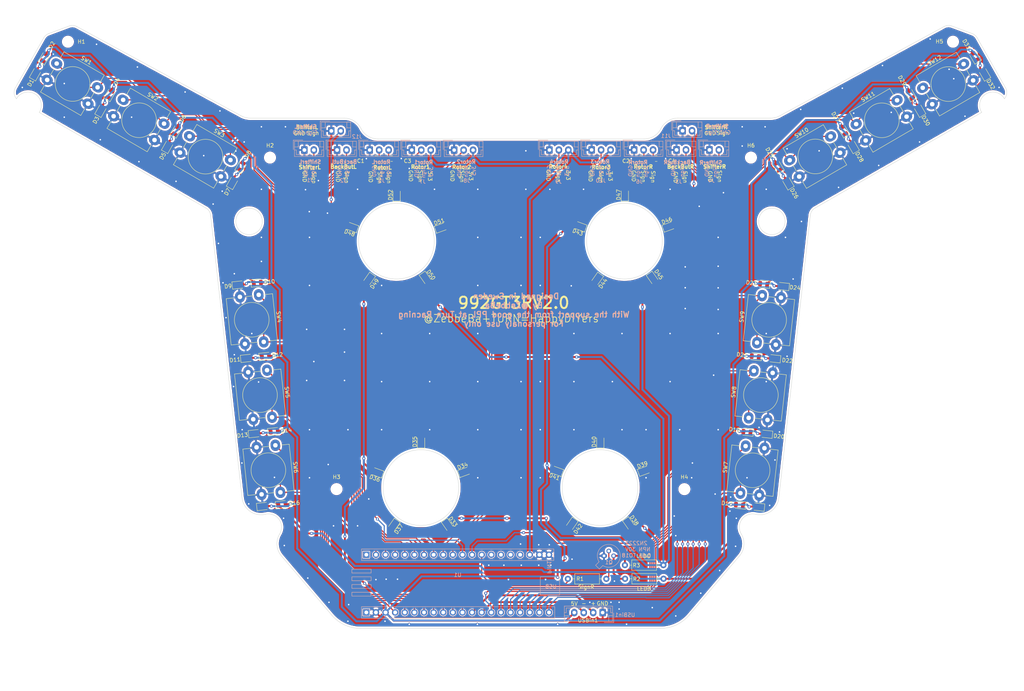
<source format=kicad_pcb>
(kicad_pcb (version 20211014) (generator pcbnew)
  (layers (0 "F.Cu" signal) (31 "B.Cu" signal) (34 "B.Paste" user) (35 "F.Paste" user) (36 "B.SilkS" user "B.Silkscreen") (37 "F.SilkS" user "F.Silkscreen") (38 "B.Mask" user) (39 "F.Mask" user) (44 "Edge.Cuts" user))
  (net 0 "")
  (net 1 "LEDPwr")
  (net 2 "Net-(J3-Pad2)")
  (net 3 "Net-(J4-Pad2)")
  (net 4 "Net-(C1-Pad1)")
  (net 5 "Net-(SW1-Pad1)")
  (net 6 "Net-(SW2-Pad1)")
  (net 7 "Net-(SW4-Pad1)")
  (net 8 "Net-(SW5-Pad1)")
  (net 9 "GND")
  (net 10 "Net-(SW7-Pad1)")
  (net 11 "Net-(SW8-Pad1)")
  (net 12 "Net-(SW9-Pad1)")
  (net 13 "Net-(SW10-Pad1)")
  (net 14 "Net-(SW11-Pad1)")
  (net 15 "Net-(SW12-Pad1)")
  (net 16 "Net-(SW6-Pad1)")
  (net 19 "Net-(D1-Pad1)")
  (net 20 "Net-(Q1-Pad2)")
  (net 21 "Net-(Q1-Pad3)")
  (net 22 "B0LEDCONTROL")
  (net 23 "USBD-")
  (net 24 "UDBD+")
  (net 25 "Net-(J1-Pad2)")
  (net 26 "Net-(J2-Pad2)")
  (net 27 "Net-(SW3-Pad1)")
  (net 28 "Rotor1Sign")
  (net 29 "Rotor3v3")
  (net 30 "Rotor2Sign")
  (net 31 "Rotor3Sign")
  (net 32 "Rotor4Sign")
  (net 37 "Net-(J11-Pad2)")
  (net 38 "Net-(J12-Pad2)")
  (net 39 "Net-(D33-Pad1)")
  (net 40 "Net-(C2-Pad1)")
  (net 41 "Net-(C3-Pad1)")
  (net 42 "Net-(C4-Pad1)")
  (footprint "LED_SMD:LED_0805_2012Metric" (layer "F.Cu") (at 131.8 152.25 -55)
    (fp_text reference "D33")
    (fp_text value "LED")
  )
  (footprint "LED_SMD:LED_0805_2012Metric" (layer "F.Cu") (at 213.7625 147.4 173.9)
    (fp_text reference "D18" hide)
    (fp_text value "LED")
  )
  (footprint "LED_SMD:LED_0805_2012Metric" (layer "F.Cu") (at 78.750517 108.127263 6.1)
    (fp_text reference "D11")
    (fp_text value "LED")
  )
  (footprint "LED_SMD:LED_0805_2012Metric" (layer "F.Cu") (at 106.394038 73.495644 160)
    (fp_text reference "D48")
    (fp_text value "LED")
  )
  (footprint "MountingHole:MountingHole_2.2mm_M2" (layer "F.Cu") (at 194.28 142.71)
    (fp_text reference "H4")
    (fp_text value "MountingHole")
  )
  (footprint "Button_Switch_THT:SW_PUSH-12mm_Wuerth-430476085716" (layer "F.Cu") (at 239.65 46.28 30.2)
    (fp_text reference "SW11")
    (fp_text value "SW_Push_Dual")
  )
  (footprint "LED_SMD:LED_0805_2012Metric" (layer "F.Cu") (at 85.94 127.47 6.1)
    (fp_text reference "D14")
    (fp_text value "LED")
  )
  (footprint "MountingHole:MountingHole_2.2mm_M2" (layer "F.Cu") (at 265.23 24.52)
    (fp_text reference "H5")
    (fp_text value "MountingHole")
  )
  (footprint "LED_SMD:LED_0805_2012Metric" (layer "F.Cu") (at 42.57 38.41 60.5)
    (fp_text reference "D4")
    (fp_text value "LED")
  )
  (footprint "Button_Switch_THT:SW_PUSH-12mm_Wuerth-430476085716" (layer "F.Cu") (at 213.449259 104.00792 83.7)
    (fp_text reference "SW9")
    (fp_text value "SW_Push_Dual")
  )
  (footprint "LED_SMD:LED_0805_2012Metric" (layer "F.Cu") (at 190.225 73.35 20)
    (fp_text reference "D46")
    (fp_text value "LED")
  )
  (footprint "LED_SMD:LED_0805_2012Metric" (layer "F.Cu") (at 83 147.25 6.1)
    (fp_text reference "D15" hide)
    (fp_text value "LED")
  )
  (footprint "Button_Switch_THT:SW_PUSH-12mm_Wuerth-430476085716" (layer "F.Cu") (at 86.241695 131.119728 -83.9)
    (fp_text reference "SW6")
    (fp_text value "SW_Push_Dual")
  )
  (footprint "Capacitor_SMD:C_0805_2012Metric" (layer "F.Cu") (at 182.775 55.4 180)
    (fp_text reference "C2")
    (fp_text value "10NF")
  )
  (footprint "LED_SMD:LED_0805_2012Metric" (layer "F.Cu") (at 136.25 138.15 20)
    (fp_text reference "D34")
    (fp_text value "LED")
  )
  (footprint "Button_Switch_THT:SW_PUSH-12mm_Wuerth-430476085716" (layer "F.Cu") (at 63.565832 49.485438 -30.2)
    (fp_text reference "SW3")
    (fp_text value "SW_Push_Dual")
  )
  (footprint "LED_SMD:LED_0805_2012Metric" (layer "F.Cu") (at 256.39 42.58 120.2)
    (fp_text reference "D30")
    (fp_text value "LED")
  )
  (footprint "LED_SMD:LED_0805_2012Metric" (layer "F.Cu") (at 253.996922 38.487825 120.2)
    (fp_text reference "D29")
    (fp_text value "LED")
  )
  (footprint "LED_SMD:LED_0805_2012Metric" (layer "F.Cu") (at 110.95 87.325 -125)
    (fp_text reference "D49")
    (fp_text value "LED")
  )
  (footprint "LED_SMD:LED_0805_2012Metric" (layer "F.Cu") (at 183.75 137.85 20)
    (fp_text reference "D39")
    (fp_text value "LED")
  )
  (footprint "LED_SMD:LED_0805_2012Metric" (layer "F.Cu") (at 60.043083 48.077862 60.5)
    (fp_text reference "D6")
    (fp_text value "LED")
  )
  (footprint "LED_SMD:LED_0805_2012Metric" (layer "F.Cu") (at 238.83 52.18 120.2)
    (fp_text reference "D28")
    (fp_text value "LED")
  )
  (footprint "LED_SMD:LED_0805_2012Metric" (layer "F.Cu") (at 124.725 130.1875 90)
    (fp_text reference "D35")
    (fp_text value "LED")
  )
  (footprint "Button_Switch_THT:SW_PUSH-12mm_Wuerth-430476085716" (layer "F.Cu") (at 84.031695 111.279728 -83.9)
    (fp_text reference "SW5")
    (fp_text value "SW_Push_Dual")
  )
  (footprint "LED_SMD:LED_0805_2012Metric" (layer "F.Cu") (at 57.798353 52.135958 60.5)
    (fp_text reference "D5")
    (fp_text value "LED")
  )
  (footprint "MountingHole:MountingHole_2.2mm_M2" (layer "F.Cu") (at 31.45 24.52)
    (fp_text reference "H1")
    (fp_text value "MountingHole")
  )
  (footprint "LED_SMD:LED_0805_2012Metric" (layer "F.Cu") (at 80.82 128.02 6.1)
    (fp_text reference "D13")
    (fp_text value "LED")
  )
  (footprint "Resistor_THT:R_Axial_DIN0207_L6.3mm_D2.5mm_P10.16mm_Horizontal" (layer "F.Cu") (at 178.57 162.775)
    (fp_text reference "R3")
    (fp_text value "100R")
  )
  (footprint "LED_SMD:LED_0805_2012Metric" (layer "F.Cu") (at 179.675 151.9 -55)
    (fp_text reference "D38")
    (fp_text value "LED")
  )
  (footprint "LED_SMD:LED_0805_2012Metric" (layer "F.Cu") (at 25.25 28.75 60.5)
    (fp_text reference "D2")
    (fp_text value "LED")
  )
  (footprint "LED_SMD:LED_0805_2012Metric" (layer "F.Cu") (at 171.187728 87.332045 -125)
    (fp_text reference "D44")
    (fp_text value "LED")
  )
  (footprint "LED_SMD:LED_0805_2012Metric" (layer "F.Cu") (at 220.28 89.15 173.9)
    (fp_text reference "D24")
    (fp_text value "LED")
  )
  (footprint "LED_SMD:LED_0805_2012Metric" (layer "F.Cu") (at 40.188353 42.595958 60.5)
    (fp_text reference "D3")
    (fp_text value "LED")
  )
  (footprint "LED_SMD:LED_0805_2012Metric" (layer "F.Cu") (at 87.99 146.78 6.1)
    (fp_text reference "D16")
    (fp_text value "LED")
  )
  (footprint "MountingHole:MountingHole_2.2mm_M2" (layer "F.Cu") (at 211.86 55.13)
    (fp_text reference "H6")
    (fp_text value "MountingHole")
  )
  (footprint "LED_SMD:LED_0805_2012Metric" (layer "F.Cu") (at 236.34 48.02 120.2)
    (fp_text reference "D27")
    (fp_text value "LED")
  )
  (footprint "LED_SMD:LED_0805_2012Metric" (layer "F.Cu") (at 185.937728 87.067955 -55)
    (fp_text reference "D45")
    (fp_text value "LED")
  )
  (footprint "LED_SMD:LED_0805_2012Metric" (layer "F.Cu") (at 178.55 64.9375 90)
    (fp_text reference "D47")
    (fp_text value "LED")
  )
  (footprint "LED_SMD:LED_0805_2012Metric" (layer "F.Cu") (at 22.9 32.95 60.5)
    (fp_text reference "D1")
    (fp_text value "LED")
  )
  (footprint "Resistor_THT:R_Axial_DIN0207_L6.3mm_D2.5mm_P10.16mm_Horizontal" (layer "F.Cu") (at 163.5 166.4)
    (fp_text reference "R1")
    (fp_text value "220R")
  )
  (footprint "LED_SMD:LED_0805_2012Metric" (layer "F.Cu") (at 76.527808 88.749623 6.1)
    (fp_text reference "D9")
    (fp_text value "LED")
  )
  (footprint "LED_SMD:LED_0805_2012Metric" (layer "F.Cu") (at 219 57.5 120.2)
    (fp_text reference "D25")
    (fp_text value "LED")
  )
  (footprint "LED_SMD:LED_0805_2012Metric" (layer "F.Cu") (at 125.975 87.05 -55)
    (fp_text reference "D50")
    (fp_text value "LED")
  )
  (footprint "LED_SMD:LED_0805_2012Metric" (layer "F.Cu") (at 130.075 73.625 20)
    (fp_text reference "D51")
    (fp_text value "LED")
  )
  (footprint "Button_Switch_THT:SW_PUSH-12mm_Wuerth-430476085716" (layer "F.Cu") (at 46.025832 39.875438 -30.2)
    (fp_text reference "SW2")
    (fp_text value "SW_Push_Dual")
  )
  (footprint "LED_SMD:LED_0805_2012Metric" (layer "F.Cu") (at 215.86 128.16 173.9)
    (fp_text reference "D20")
    (fp_text value "LED")
  )
  (footprint "Button_Switch_THT:SW_PUSH-12mm_Wuerth-430476085716" (layer "F.Cu") (at 222.09 55.823188 30.2)
    (fp_text reference "SW10")
    (fp_text value "SW_Push_Dual")
  )
  (footprint "LED_SMD:LED_0805_2012Metric" (layer "F.Cu") (at 166.675 73.3 160)
    (fp_text reference "D43")
    (fp_text value "LED")
  )
  (footprint "Button_Switch_THT:SW_PUSH-12mm_Wuerth-430476085716" (layer "F.Cu") (at 81.841695 91.379728 -83.9)
    (fp_text reference "SW4")
    (fp_text value "SW_Push_Dual")
  )
  (footprint "Button_Switch_THT:SW_PUSH-12mm_Wuerth-430476085716" (layer "F.Cu") (at 28.475832 30.285438 -30.2)
    (fp_text reference "SW1")
    (fp_text value "SW_Push_Dual")
  )
  (footprint "LED_SMD:LED_0805_2012Metric" (layer "F.Cu") (at 77.190509 57.397267 60.5)
    (fp_text reference "D8")
    (fp_text value "LED")
  )
  (footprint "Capacitor_SMD:C_0805_2012Metric" (layer "F.Cu") (at 186.825 55.4)
    (fp_text reference "C4")
    (fp_text value "10NF")
  )
  (footprint "LED_SMD:LED_0805_2012Metric" (layer "F.Cu") (at 172.075 130.1875 90)
    (fp_text reference "D40")
    (fp_text value "LED")
  )
  (footprint "LED_SMD:LED_0805_2012Metric" (layer "F.Cu") (at 81.47 88.22 6.1)
    (fp_text reference "D10")
    (fp_text value "LED")
  )
  (footprint "LED_SMD:LED_0805_2012Metric" (layer "F.Cu") (at 164.4875 152.002223 -125)
    (fp_text reference "D42")
    (fp_text value "LED")
  )
  (footprint "LED_SMD:LED_0805_2012Metric" (layer "F.Cu") (at 117.487272 152.3 -125)
    (fp_text reference "D37")
    (fp_text value "LED")
  )
  (footprint "Capacitor_SMD:C_0805_2012Metric" (layer "F.Cu") (at 116.95 55.4)
    (fp_text reference "C3")
    (fp_text value "10NF")
  )
  (footprint "LED_SMD:LED_0805_2012Metric" (layer "F.Cu") (at 208.817808 146.890377 173.9)
    (fp_text reference "D17")
    (fp_text value "LED")
  )
  (footprint "LED_SMD:LED_0805_2012Metric" (layer "F.Cu") (at 271 28.5 120.2)
    (fp_text reference "D31")
    (fp_text value "LED")
  )
  (footprint "LED_SMD:LED_0805_2012Metric" (layer "F.Cu") (at 215.22 88.55 173.9)
    (fp_text reference "D23")
    (fp_text value "LED")
  )
  (footprint "LED_SMD:LED_0805_2012Metric" (layer "F.Cu") (at 210.81 127.62 173.9)
    (fp_text reference "D19")
    (fp_text value "LED")
  )
  (footprint "LED_SMD:LED_0805_2012Metric" (layer "F.Cu") (at 113.05 138.3 160)
    (fp_text reference "D36")
    (fp_text value "LED")
  )
  (footprint "LED_SMD:LED_0805_2012Metric" (layer "F.Cu") (at 160.5 137.9 160)
    (fp_text reference "D41")
    (fp_text value "LED")
  )
  (footprint "LED_SMD:LED_0805_2012Metric" (layer "F.Cu") (at 74.94 61.65 60.5)
    (fp_text reference "D7")
    (fp_text value "LED")
  )
  (footprint "Resistor_THT:R_Axial_DIN0207_L6.3mm_D2.5mm_P10.16mm_Horizontal" (layer "F.Cu") (at 178.61 166.375)
    (fp_text reference "R2")
    (fp_text value "47R")
  )
  (footprint "Button_Switch_THT:SW_PUSH-12mm_Wuerth-430476085716" (layer "F.Cu") (at 211.259259 123.87792 83.7)
    (fp_text reference "SW8")
    (fp_text value "SW_Push_Dual")
  )
  (footprint "LED_SMD:LED_0805_2012Metric" (layer "F.Cu") (at 118.275 64.9875 90)
    (fp_text reference "D52")
    (fp_text value "LED")
  )
  (footprint "LED_SMD:LED_0805_2012Metric" (layer "F.Cu") (at 83.63 107.61 6.1)
    (fp_text reference "D12")
    (fp_text value "LED")
  )
  (footprint "LED_SMD:LED_0805_2012Metric" (layer "F.Cu") (at 221.61 61.76 120.2)
    (fp_text reference "D26")
    (fp_text value "LED")
  )
  (footprint "Capacitor_SMD:C_0805_2012Metric" (layer "F.Cu") (at 112.825 55.4 180)
    (fp_text reference "C1")
    (fp_text value "10NF")
  )
  (footprint "MountingHole:MountingHole_2.2mm_M2" (layer "F.Cu") (at 84.82 55.13)
    (fp_text reference "H2")
    (fp_text value "MountingHole")
  )
  (footprint "MountingHole:MountingHole_2.2mm_M2" (layer "F.Cu") (at 102.4 142.7)
    (fp_text reference "H3")
    (fp_text value "MountingHole")
  )
  (footprint "Button_Switch_THT:SW_PUSH-12mm_Wuerth-430476085716" (layer "F.Cu") (at 209.079259 143.75792 83.7)
    (fp_text reference "SW7")
    (fp_text value "SW_Push_Dual")
  )
  (footprint "LED_SMD:LED_0805_2012Metric" (layer "F.Cu") (at 213 107.68 173.9)
    (fp_text reference "D21")
    (fp_text value "LED")
  )
  (footprint "Button_Switch_THT:SW_PUSH-12mm_Wuerth-430476085716" (layer "F.Cu") (at 257.23 36.7 30.2)
    (fp_text reference "SW12")
    (fp_text value "SW_Push_Dual")
  )
  (footprint "LED_SMD:LED_0805_2012Metric" (layer "F.Cu") (at 218 108.23 173.9)
    (fp_text reference "D22")
    (fp_text value "LED")
  )
  (footprint "LED_SMD:LED_0805_2012Metric" (layer "F.Cu") (at 273.544422 33.007825 120.2)
    (fp_text reference "D32")
    (fp_text value "LED")
  )
  (footprint "Connector_JST:JST_EH_B2B-EH-A_1x02_P2.50mm_Vertical" (layer "B.Cu") (at 93.9 53.125)
    (fp_text reference "J1")
    (fp_text value "Conn_01x02_Female")
  )
  (footprint "Connector_JST:JST_EH_B3B-EH-A_1x03_P2.50mm_Vertical" (layer "B.Cu") (at 111.15 53.125)
    (fp_text reference "J5")
    (fp_text value "Conn_01x03_Female")
  )
  (footprint "Connector_JST:JST_EH_B4B-EH-A_1x04_P2.50mm_Vertical" (layer "B.Cu") (at 172.69 175.31 180)
    (fp_text reference "USBin1")
    (fp_text value "Conn_01x04_Female")
  )
  (footprint "Connector_JST:JST_EH_B2B-EH-A_1x02_P2.50mm_Vertical" (layer "B.Cu") (at 101.01 48.08)
    (fp_text reference "J12")
    (fp_text value "Conn_01x02_Female")
  )
  (footprint "Connector_JST:JST_EH_B3B-EH-A_1x03_P2.50mm_Vertical" (layer "B.Cu") (at 181 53.1)
    (fp_text reference "J6")
    (fp_text value "Conn_01x03_Female")
  )
  (footprint "Package_TO_SOT_THT:TO-18-3" (layer "B.Cu") (at 173.039724 160.315276)
    (fp_text reference "Q1")
    (fp_text value "2N2219" hide)
  )
  (footprint "Connector_JST:JST_EH_B3B-EH-A_1x03_P2.50mm_Vertical" (layer "B.Cu") (at 169.775 53.1)
    (fp_text reference "J10")
    (fp_text value "Conn_01x03_Female")
  )
  (footprint "Connector_JST:JST_EH_B3B-EH-A_1x03_P2.50mm_Vertical" (layer "B.Cu") (at 133.46 53.145)
    (fp_text reference "J8")
    (fp_text value "Conn_01x03_Female")
  )
  (footprint "Connector_JST:JST_EH_B3B-EH-A_1x03_P2.50mm_Vertical" (layer "B.Cu") (at 158.625 53.125)
    (fp_text reference "J9")
    (fp_text value "Conn_01x03_Female")
  )
  (footprint "Connector_JST:JST_EH_B3B-EH-A_1x03_P2.50mm_Vertical" (layer "B.Cu") (at 122.28 53.135)
    (fp_text reference "J7")
    (fp_text value "Conn_01x03_Female")
  )
  (footprint "Connector_JST:JST_EH_B2B-EH-A_1x02_P2.50mm_Vertical" (layer "B.Cu") (at 193.8 48.03)
    (fp_text reference "J11")
    (fp_text value "Conn_01x02_Female")
  )
  (footprint "Connector_JST:JST_EH_B2B-EH-A_1x02_P2.50mm_Vertical" (layer "B.Cu") (at 200.9 53.1)
    (fp_text reference "J4")
    (fp_text value "Conn_01x02_Female")
  )
  (footprint "Connector_JST:JST_EH_B2B-EH-A_1x02_P2.50mm_Vertical" (layer "B.Cu") (at 192.2 53.1)
    (fp_text reference "J3")
    (fp_text value "Conn_01x02_Female")
  )
  (footprint "Custom_Components:Blue_Pill_STM32F103C8T6" (layer "B.Cu") (at 158.52 160.03 180)
    (fp_text reference "U1")
    (fp_text value "Blue_Pill_STM32F103C8T6")
  )
  (footprint "Connector_JST:JST_EH_B2B-EH-A_1x02_P2.50mm_Vertical" (layer "B.Cu") (at 102.53 53.125)
    (fp_text reference "J2")
    (fp_text value "Conn_01x02_Female")
  )
  (gr_arc locked (start 270.32098 22.382606) (mid 271.070787 22.822301) (end 271.624724 23.492148) (layer "Edge.Cuts") (width 0.1))
  (gr_arc locked (start 17.859788 39.599532) (mid 22.71209 38.303159) (end 23.864222 43.191719) (layer "Edge.Cuts") (width 0.1))
  (gr_arc locked (start 209.303464 154.545766) (mid 210.001403 157.529763) (end 208.827335 160.360474) (layer "Edge.Cuts") (width 0.1))
  (gr_line locked (start 183.624656 50.203805) (end 113.327432 50.203805) (layer "Edge.Cuts") (width 0.1))
  (gr_circle locked (center 79.292942 71.9812) (end 82.792942 71.9812) (layer "Edge.Cuts") (width 0.1) (fill none))
  (gr_arc locked (start 83.562356 149.336567) (mid 79.531367 148.557901) (end 77.442235 145.023679) (layer "Edge.Cuts") (width 0.1))
  (gr_line locked (start 69.133748 70.346206) (end 77.442235 145.023679) (layer "Edge.Cuts") (width 0.1))
  (gr_line locked (start 270.32098 22.382606) (end 264.919846 20.37647) (layer "Edge.Cuts") (width 0.1))
  (gr_arc locked (start 67.893251 68.454228) (mid 68.739764 69.251864) (end 69.133748 70.346206) (layer "Edge.Cuts") (width 0.1))
  (gr_arc locked (start 272.806914 43.191719) (mid 273.959046 38.303159) (end 278.811348 39.599532) (layer "Edge.Cuts") (width 0.1))
  (gr_arc locked (start 188.089798 47.453805) (mid 186.246678 49.461151) (end 183.624656 50.203805) (layer "Edge.Cuts") (width 0.1))
  (gr_line locked (start 25.046412 23.492148) (end 17.55 36.7) (layer "Edge.Cuts") (width 0.1))
  (gr_line locked (start 228.777885 68.454228) (end 272.806914 43.191719) (layer "Edge.Cuts") (width 0.1))
  (gr_arc locked (start 188.089798 47.453805) (mid 189.932919 45.446458) (end 192.554941 44.703805) (layer "Edge.Cuts") (width 0.1))
  (gr_line locked (start 77.211106 44.097379) (end 33.815124 20.523246) (layer "Edge.Cuts") (width 0.1))
  (gr_line locked (start 108.730201 179.487907) (end 187.940935 179.487907) (layer "Edge.Cuts") (width 0.1))
  (gr_circle locked (center 118.220906 77.201999) (end 128.220906 77.201999) (layer "Edge.Cuts") (width 0.1) (fill none))
  (gr_arc locked (start 219.46003 44.097379) (mid 218.304581 44.549828) (end 217.073295 44.703805) (layer "Edge.Cuts") (width 0.1))
  (gr_line locked (start 195.559442 175.965433) (end 208.827335 160.360474) (layer "Edge.Cuts") (width 0.1))
  (gr_arc locked (start 113.327432 50.203805) (mid 110.70541 49.461151) (end 108.86229 47.453805) (layer "Edge.Cuts") (width 0.1))
  (gr_arc locked (start 31.75129 20.37647) (mid 32.799104 20.226332) (end 33.815124 20.523246) (layer "Edge.Cuts") (width 0.1))
  (gr_arc locked (start 227.537388 70.346206) (mid 227.931373 69.251865) (end 228.777885 68.454228) (layer "Edge.Cuts") (width 0.1))
  (gr_arc locked (start 25.046412 23.492148) (mid 25.600349 22.822301) (end 26.350156 22.382606) (layer "Edge.Cuts") (width 0.1))
  (gr_arc locked (start 79.597841 44.703805) (mid 78.366555 44.549828) (end 77.211106 44.097379) (layer "Edge.Cuts") (width 0.1))
  (gr_line locked (start 23.864222 43.191719) (end 67.893251 68.454228) (layer "Edge.Cuts") (width 0.1))
  (gr_arc locked (start 104.397147 44.703805) (mid 107.019169 45.446458) (end 108.86229 47.453805) (layer "Edge.Cuts") (width 0.1))
  (gr_line locked (start 87.843801 160.360474) (end 101.111694 175.965433) (layer "Edge.Cuts") (width 0.1))
  (gr_circle locked (center 124.680707 142.294083) (end 134.680707 142.294083) (layer "Edge.Cuts") (width 0.1) (fill none))
  (gr_circle locked (center 217.378194 71.9812) (end 220.878194 71.9812) (layer "Edge.Cuts") (width 0.1) (fill none))
  (gr_circle locked (center 171.990429 142.294083) (end 181.990429 142.294083) (layer "Edge.Cuts") (width 0.1) (fill none))
  (gr_arc locked (start 108.730201 179.487907) (mid 104.533492 178.56467) (end 101.111694 175.965433) (layer "Edge.Cuts") (width 0.1))
  (gr_line locked (start 217.073295 44.703805) (end 192.554941 44.703805) (layer "Edge.Cuts") (width 0.1))
  (gr_arc locked (start 209.303464 154.545766) (mid 209.477 150.678044) (end 213.10878 149.336567) (layer "Edge.Cuts") (width 0.1))
  (gr_circle locked (center 178.45023 77.201999) (end 188.45023 77.201999) (layer "Edge.Cuts") (width 0.1) (fill none))
  (gr_line locked (start 31.75129 20.37647) (end 26.350156 22.382606) (layer "Edge.Cuts") (width 0.1))
  (gr_line locked (start 262.856012 20.523246) (end 219.46003 44.097379) (layer "Edge.Cuts") (width 0.1))
  (gr_arc locked (start 279.121136 36.7) (mid 279.432778 38.199611) (end 278.811348 39.599532) (layer "Edge.Cuts") (width 0.1))
  (gr_arc locked (start 219.228901 145.023679) (mid 217.139769 148.557901) (end 213.10878 149.336567) (layer "Edge.Cuts") (width 0.1))
  (gr_arc locked (start 83.562356 149.336567) (mid 87.194137 150.678044) (end 87.367672 154.545766) (layer "Edge.Cuts") (width 0.1))
  (gr_arc locked (start 195.559442 175.965433) (mid 192.137644 178.56467) (end 187.940935 179.487907) (layer "Edge.Cuts") (width 0.1))
  (gr_line locked (start 279.121136 36.7) (end 271.624724 23.492148) (layer "Edge.Cuts") (width 0.1))
  (gr_arc locked (start 87.843801 160.360474) (mid 86.669733 157.529763) (end 87.367672 154.545766) (layer "Edge.Cuts") (width 0.1))
  (gr_line locked (start 219.228901 145.023679) (end 227.537388 70.346206) (layer "Edge.Cuts") (width 0.1))
  (gr_arc locked (start 17.859788 39.599532) (mid 17.238358 38.199611) (end 17.55 36.7) (layer "Edge.Cuts") (width 0.1))
  (gr_arc locked (start 262.856012 20.523246) (mid 263.872032 20.226332) (end 264.919846 20.37647) (layer "Edge.Cuts") (width 0.1))
  (gr_line locked (start 104.397147 44.703805) (end 79.597841 44.703805) (layer "Edge.Cuts") (width 0.1))
  (gr_text "GND" (at 170.012762 58.635 -270) (layer "B.SilkS") (effects (font (size 1 1)) (justify mirror)))
  (gr_text "GND" (at 112.377762 58.71 -270) (layer "B.SilkS") (effects (font (size 1 1)) (justify mirror)))
  (gr_text "GND" (at 94.343762 58.71 -270) (layer "B.SilkS") (effects (font (size 1 1)) (justify mirror)))
  (gr_text "USBin1" (at 178.575 175.925) (layer "B.SilkS") (effects (font (size 1 1)) (justify mirror)))
  (gr_text "BackButR" (at 192.364762 56.349) (layer "B.SilkS") (effects (font (size 1 1) (thickness 0.25)) (justify mirror)))
  (gr_text "ShifterL\n" (at 94.217238 46.953) (layer "B.SilkS") (effects (font (size 1 1) (thickness 0.25)) (justify mirror)))
  (gr_text "Sign\n" (at 201.428 48.439) (layer "B.SilkS") (effects (font (size 1 1)) (justify mirror)))
  (gr_text "Rotor3\n" (at 172.038 56.236) (layer "B.SilkS") (effects (font (size 1 1) (thickness 0.25)) (justify mirror)))
  (gr_text "GND" (at 134.856762 58.71 -270) (layer "B.SilkS") (effects (font (size 1 1)) (justify mirror)))
  (gr_text "ShifterL\n" (at 95.377 56.261) (layer "B.SilkS") (effects (font (size 1 1) (thickness 0.25)) (justify mirror)))
  (gr_text "Sign\n" (at 193.694524 58.671 -270) (layer "B.SilkS") (effects (font (size 1 1)) (justify mirror)))
  (gr_text "RotorR\n" (at 182.042258 56.381) (layer "B.SilkS") (effects (font (size 1 1) (thickness 0.25)) (justify mirror)))
  (gr_text "Rotor4" (at 161.163 56.261) (layer "B.SilkS") (effects (font (size 1 1) (thickness 0.25)) (justify mirror)))
  (gr_text "Rotor1" (at 125.352 56.361) (layer "B.SilkS") (effects (font (size 1 1) (thickness 0.25)) (justify mirror)))
  (gr_text "GND" (at 123.553762 58.837 -270) (layer "B.SilkS") (effects (font (size 1 1)) (justify mirror)))
  (gr_text "GND" (at 180.045762 58.635 -270) (layer "B.SilkS") (effects (font (size 1 1)) (justify mirror)))
  (gr_text "Sign\n" (at 202.399524 58.798 -270) (layer "B.SilkS") (effects (font (size 1 1)) (justify mirror)))
  (gr_text "3v3" (at 127.363762 58.837 -270) (layer "B.SilkS") (effects (font (size 1 1)) (justify mirror)))
  (gr_text "Sign\n" (at 114.152 58.811 -270) (layer "B.SilkS") (effects (font (size 1 1)) (justify mirror)))
  (gr_text "Sign\n" (at 125.327 58.961 -270) (layer "B.SilkS") (effects (font (size 1 1)) (justify mirror)))
  (gr_text "GND" (at 92.329 48.514) (layer "B.SilkS") (effects (font (size 1 1)) (justify mirror)))
  (gr_text "3v3" (at 174.203762 58.508 -270) (layer "B.SilkS") (effects (font (size 1 1)) (justify mirror)))
  (gr_text "Sign\n" (at 181.993258 58.762 -270) (layer "B.SilkS") (effects (font (size 1 1)) (justify mirror)))
  (gr_text "3v3" (at 163.281762 58.635 -270) (layer "B.SilkS") (effects (font (size 1 1)) (justify mirror)))
  (gr_text "Sign\n" (at 184.109762 58.762 -270) (layer "B.SilkS") (effects (font (size 1 1)) (justify mirror)))
  (gr_text "GND" (at 204.978 48.514) (layer "B.SilkS") (effects (font (size 1 1)) (justify mirror)))
  (gr_text "GND" (at 200.240524 58.671 -270) (layer "B.SilkS") (effects (font (size 1 1)) (justify mirror)))
  (gr_text "RotorL" (at 114.202 56.286) (layer "B.SilkS") (effects (font (size 1 1) (thickness 0.25)) (justify mirror)))
  (gr_text "Sign\n" (at 95.758 48.514) (layer "B.SilkS") (effects (font (size 1 1)) (justify mirror)))
  (gr_text "GND" (at 191.350524 58.544 -270) (layer "B.SilkS") (effects (font (size 1 1)) (justify mirror)))
  (gr_text "Sign\n" (at 160.868762 58.762 -270) (layer "B.SilkS") (effects (font (size 1 1)) (justify mirror)))
  (gr_text "Sign\n" (at 96.121762 58.786 -270) (layer "B.SilkS") (effects (font (size 1 1)) (justify mirror)))
  (gr_text "2N2222\nNPN 30V \n0.6A TO18" (at 181.6 158.6) (layer "B.SilkS") (effects (font (size 1 1)) (justify mirror)))
  (gr_text "Sign\n" (at 105.011762 58.71 -270) (layer "B.SilkS") (effects (font (size 1 1)) (justify mirror)))
  (gr_text "ShifterR\n" (at 202.953 46.864) (layer "B.SilkS") (effects (font (size 1 1) (thickness 0.25)) (justify mirror)))
  (gr_text "ShifterR\n" (at 201.264762 56.474) (layer "B.SilkS") (effects (font (size 1 1) (thickness 0.25)) (justify mirror)))
  (gr_text "Designed in Sweden \nBy @ZebbeBa\nWith the support from the good PPL at Turn Racning\nFor personaly use only" (at 149.225 95.377) (layer "B.SilkS") (effects (font (size 1.5 1.5) (thickness 0.3)) (justify mirror)))
  (gr_text "Sign\n" (at 115.933762 58.837 -270) (layer "B.SilkS") (effects (font (size 1 1)) (justify mirror)))
  (gr_text "3v3" (at 138.666762 58.583 -270) (layer "B.SilkS") (effects (font (size 1 1)) (justify mirror)))
  (gr_text "Sign\n" (at 136.627 58.761 -270) (layer "B.SilkS") (effects (font (size 1 1)) (justify mirror)))
  (gr_text "BackButL" (at 104.352 56.236) (layer "B.SilkS") (effects (font (size 1 1) (thickness 0.25)) (justify mirror)))
  (gr_text "Rotor2\n" (at 136.652 56.236) (layer "B.SilkS") (effects (font (size 1 1) (thickness 0.25)) (justify mirror)))
  (gr_text "Sign\n" (at 172.038 58.635 -270) (layer "B.SilkS") (effects (font (size 1 1)) (justify mirror)))
  (gr_text "GND" (at 158.582762 58.635 -270) (layer "B.SilkS") (effects (font (size 1 1)) (justify mirror)))
  (gr_text "GND" (at 103.233762 58.583 -270) (layer "B.SilkS") (effects (font (size 1 1)) (justify mirror)))
  (gr_text "@ZebbeBa+TURN=HappyDIYers\n" (at 148.53 97.63) (layer "F.SilkS") (effects (font (size 2 2) (thickness 0.2))))
  (gr_text "Rotor2" (at 135.425 57.625) (layer "F.SilkS") (effects (font (size 1 1) (thickness 0.25))))
  (gr_text "Rotor3" (at 172.275 57.65) (layer "F.SilkS") (effects (font (size 1 1) (thickness 0.25))))
  (gr_text "Sign\n" (at 116.245742 60.388126 270) (layer "F.SilkS") (effects (font (size 1 1))))
  (gr_text "BackButR" (at 193.275 57.525) (layer "F.SilkS") (effects (font (size 1 1) (thickness 0.25))))
  (gr_text "GND" (at 92.6 48.75) (layer "F.SilkS") (effects (font (size 1 1))))
  (gr_text "3v3" (at 163.6 59.775 270) (layer "F.SilkS") (effects (font (size 1 1))))
  (gr_text "GND" (at 122 59.95 270) (layer "F.SilkS") (effects (font (size 1 1))))
  (gr_text "Sign\n" (at 96.15 48.675) (layer "F.SilkS") (effects (font (size 1 1))))
  (gr_text "Sign\n" (at 203.6 60.075 270) (layer "F.SilkS") (effects (font (size 1 1))))
  (gr_text "Sign\n" (at 124.55 60.05 270) (layer "F.SilkS") (effects (font (size 1 1))))
  (gr_text "GND" (at 169.475 60 270) (layer "F.SilkS") (effects (font (size 1 1))))
  (gr_text "-" (at 167.73 172.885) (layer "F.SilkS") (effects (font (size 1 1))))
  (gr_text "Rotor4\n" (at 160.975 57.525) (layer "F.SilkS") (effects (font (size 1 1) (thickness 0.25))))
  (gr_text "+" (at 170.21 172.86) (layer "F.SilkS") (effects (font (size 1 1))))
  (gr_text "Rotor1\n" (at 124.55 57.6) (layer "F.SilkS") (effects (font (size 1 1) (thickness 0.25))))
  (gr_text "GND" (at 158.35 59.825 270) (layer "F.SilkS") (effects (font (size 1 1))))
  (gr_text "3v3" (at 137.9 59.875 270) (layer "F.SilkS") (effects (font (size 1 1))))
  (gr_text "Sign\n" (at 96.45 60.4 270) (layer "F.SilkS") (effects (font (size 1 1))))
  (gr_text "Sign\n" (at 161 60.05 270) (layer "F.SilkS") (effects (font (size 1 1))))
  (gr_text "992GT3RV2.0\n" (at 149.18 93.51) (layer "F.SilkS") (effects (font (size 3 3) (thickness 0.5))))
  (gr_text "Sign\n" (at 113.8 60.425 270) (layer "F.SilkS") (effects (font (size 1 1))))
  (gr_text "GND" (at 191.975 60.325 270) (layer "F.SilkS") (effects (font (size 1 1))))
  (gr_text "LEDO" (at 183.515 160.401) (layer "F.SilkS") (effects (font (size 1 1))))
  (gr_text "ShifterL\n" (at 95.325 57.675) (layer "F.SilkS") (effects (font (size 1 1) (thickness 0.25))))
  (gr_text "SignR" (at 168.35 168.55) (layer "F.SilkS") (effects (font (size 1 1))))
  (gr_text "Sign\n" (at 135.55 60.075 270) (layer "F.SilkS") (effects (font (size 1 1))))
  (gr_text "Sign\n" (at 204.425 48.65) (layer "F.SilkS") (effects (font (size 1 1))))
  (gr_text "Sign\n" (at 194.5 60.275 270) (layer "F.SilkS") (effects (font (size 1 1))))
  (gr_text "LEDB" (at 183.6 169) (layer "F.SilkS") (effects (font (size 1 1))))
  (gr_text "ShifterR\n" (at 202.25 57.55) (layer "F.SilkS") (effects (font (size 1 1) (thickness 0.25))))
  (gr_text "Sign\n" (at 172.3 60.25 270) (layer "F.SilkS") (effects (font (size 1 1))))
  (gr_text "Sign\n" (at 183.475 60.1 270) (layer "F.SilkS") (effects (font (size 1 1))))
  (gr_text "GND" (at 201.075 60.125 270) (layer "F.SilkS") (effects (font (size 1 1))))
  (gr_text "5V" (at 165.19 172.94) (layer "F.SilkS") (effects (font (size 1 1))))
  (gr_text "RotorR" (at 183.425 57.575) (layer "F.SilkS") (effects (font (size 1 1) (thickness 0.25))))
  (gr_text "GND" (at 102.75 60.125 270) (layer "F.SilkS") (effects (font (size 1 1))))
  (gr_text "GND" (at 172.66 172.91) (layer "F.SilkS") (effects (font (size 1 1))))
  (gr_text "Sign\n" (at 186 60.2 270) (layer "F.SilkS") (effects (font (size 1 1))))
  (gr_text "3v3" (at 127.075 60 270) (layer "F.SilkS") (effects (font (size 1 1))))
  (gr_text "ShifterR\n" (at 202.65 47.125) (layer "F.SilkS") (effects (font (size 1 1) (thickness 0.25))))
  (gr_text "GND" (at 201.075 48.675) (layer "F.SilkS") (effects (font (size 1 1))))
  (gr_text "Sign\n" (at 105.075 60.325 270) (layer "F.SilkS") (effects (font (size 1 1))))
  (gr_text "RotorL\n" (at 114.545742 57.745) (layer "F.SilkS") (effects (font (size 1 1) (thickness 0.25))))
  (gr_text "GND" (at 111.4 60.2 270) (layer "F.SilkS") (effects (font (size 1 1))))
  (gr_text "BackButL" (at 104.225 57.55) (layer "F.SilkS") (effects (font (size 1 1) (thickness 0.25))))
  (gr_text "3v3" (at 174.725 60 270) (layer "F.SilkS") (effects (font (size 1 1))))
  (gr_text "ShifterL\n" (at 94.625 47.1) (layer "F.SilkS") (effects (font (size 1 1) (thickness 0.25))))
  (gr_text "GND" (at 180.9 59.975 270) (layer "F.SilkS") (effects (font (size 1 1))))
  (gr_text "GND" (at 93.95 60.125 270) (layer "F.SilkS") (effects (font (size 1 1))))
  (gr_text "GND" (at 132.975 59.95 270) (layer "F.SilkS") (effects (font (size 1 1))))
  (segment (start 77.46 88.65) (end 78.35 88.65) (width 0.5) (layer "F.Cu") (net 1))
  (segment (start 85.150377 147.150377) (end 85.2 147.2) (width 0.5) (layer "F.Cu") (net 1))
  (segment (start 40.65 41.78) (end 40.65 41.15) (width 0.5) (layer "F.Cu") (net 1))
  (segment (start 212.067808 107.580377) (end 210.819623 107.580377) (width 0.5) (layer "F.Cu") (net 1))
  (segment (start 80.97236 108.02764) (end 81 108) (width 0.5) (layer "F.Cu") (net 1))
  (segment (start 105.513076 73.175) (end 105.513076 70.686924) (width 0.5) (layer "F.Cu") (net 1))
  (segment (start 130.955962 70.155962) (end 130.955962 73.304356) (width 0.5) (layer "F.Cu") (net 1))
  (segment (start 221.138419 60.949742) (end 221.138419 60.738419) (width 0.5) (layer "F.Cu") (net 1))
  (segment (start 212.830308 147.300377) (end 211.499623 147.300377) (width 0.5) (layer "F.Cu") (net 1))
  (segment (start 112.169038 137.979356) (end 112.169038 148.287449) (width 0.5) (layer "F.Cu") (net 1))
  (segment (start 270.528419 27.528419) (end 269.8 26.8) (width 0.5) (layer "F.Cu") (net 1))
  (segment (start 40.65 41.15) (end 41.2 40.6) (width 0.5) (layer "F.Cu") (net 1))
  (segment (start 110.412272 88.092955) (end 105.513076 83.193759) (width 0.5) (layer "F.Cu") (net 1))
  (segment (start 163.949772 152.770178) (end 163.970178 152.770178) (width 0.5) (layer "F.Cu") (net 1))
  (segment (start 130.955962 83.374721) (end 126.512728 87.817955) (width 0.5) (layer "F.Cu") (net 1))
  (segment (start 238.358419 50.958419) (end 237.6 50.2) (width 0.5) (layer "F.Cu") (net 1))
  (segment (start 115.34 175.27) (end 117.52 177.45) (width 0.5) (layer "F.Cu") (net 1))
  (segment (start 178.55 64) (end 184 64) (width 0.5) (layer "F.Cu") (net 1))
  (segment (start 214.287808 88.450377) (end 213.250377 88.450377) (width 0.5) (layer "F.Cu") (net 1))
  (segment (start 130.955962 73.304356) (end 130.955962 83.374721) (width 0.5) (layer "F.Cu") (net 1))
  (segment (start 109.6 93.8) (end 109.6 88.905227) (width 0.5) (layer "F.Cu") (net 1))
  (segment (start 112.169038 136.830962) (end 112.169038 137.979356) (width 0.5) (layer "F.Cu") (net 1))
  (segment (start 58.26 50.74) (end 58.8 50.2) (width 0.5) (layer "F.Cu") (net 1))
  (segment (start 176.351606 129.25) (end 184.630962 137.529356) (width 0.5) (layer "F.Cu") (net 1))
  (segment (start 159.619038 136.580962) (end 159.619038 137.579356) (width 0.5) (layer "F.Cu") (net 1))
  (segment (start 165.794038 72.979356) (end 165.794038 71.105962) (width 0.5) (layer "F.Cu") (net 1))
  (segment (start 191.105962 71.105962) (end 191.105962 73.029356) (width 0.5) (layer "F.Cu") (net 1))
  (segment (start 273.072841 32.197567) (end 273.002433 32.197567) (width 0.5) (layer "F.Cu") (net 1))
  (segment (start 90.119623 146.680377) (end 90.2 146.6) (width 0.5) (layer "F.Cu") (net 1))
  (segment (start 163.970178 152.770178) (end 165.6 154.4) (width 0.5) (layer "F.Cu") (net 1))
  (segment (start 77.652156 56.581309) (end 77.652156 55.947844) (width 0.5) (layer "F.Cu") (net 1))
  (segment (start 218.528419 56.328419) (end 217.8 55.6) (width 0.5) (layer "F.Cu") (net 1))
  (segment (start 167 129.2) (end 159.619038 136.580962) (width 0.5) (layer "F.Cu") (net 1))
  (segment (start 272.4 31.6) (end 272.4 30.8) (width 0.5) (layer "F.Cu") (net 1))
  (segment (start 25.711647 27.934042) (end 25.711647 27.488353) (width 0.5) (layer "F.Cu") (net 1))
  (segment (start 75.401647 60.198353) (end 76 59.6) (width 0.5) (layer "F.Cu") (net 1))
  (segment (start 270.528419 27.689742) (end 270.528419 27.528419) (width 0.5) (layer "F.Cu") (net 1))
  (segment (start 218.050377 89.050377) (end 218 89) (width 0.5) (layer "F.Cu") (net 1))
  (segment (start 221.138419 60.738419) (end 220.4 60) (width 0.5) (layer "F.Cu") (net 1))
  (segment (start 112.169038 137.979356) (end 111.779356 137.979356) (width 0.5) (layer "F.Cu") (net 1))
  (segment (start 85.689623 107.510377) (end 85.8 107.4) (width 0.5) (layer "F.Cu") (net 1))
  (segment (start 161.6 75.2) (end 163.820644 72.979356) (width 0.5) (layer "F.Cu") (net 1))
  (segment (start 109.6 88.905227) (end 110.412272 88.092955) (width 0.5) (layer "F.Cu") (net 1))
  (segment (start 273 32.2) (end 272.4 31.6) (width 0.5) (layer "F.Cu") (net 1))
  (segment (start 165.794038 71.105962) (end 173.3 63.6) (width 0.5) (layer "F.Cu") (net 1))
  (segment (start 112.169038 148.287449) (end 116.949544 153.067955) (width 0.5) (layer "F.Cu") (net 1))
  (segment (start 218.528419 56.689742) (end 218.528419 56.328419) (width 0.5) (layer "F.Cu") (net 1))
  (segment (start 81.752192 127.920377) (end 82.879623 127.920377) (width 0.5) (layer "F.Cu") (net 1))
  (segment (start 158.779356 137.579356) (end 158 136.8) (width 0.5) (layer "F.Cu") (net 1))
  (segment (start 124.725 129.25) (end 129.85 129.25) (width 0.5) (layer "F.Cu") (net 1))
  (segment (start 191.105962 83.205404) (end 186.475456 87.83591) (width 0.5) (layer "F.Cu") (net 1))
  (segment (start 78.35 88.65) (end 78.6 88.4) (width 0.5) (layer "F.Cu") (net 1))
  (segment (start 159.619038 137.579356) (end 158.779356 137.579356) (width 0.5) (layer "F.Cu") (net 1))
  (segment (start 131.155683 154.2) (end 132.337728 153.017955) (width 0.5) (layer "F.Cu") (net 1))
  (segment (start 112.15 64.05) (end 118.275 64.05) (width 0.5) (layer "F.Cu") (net 1))
  (segment (start 172 129.175) (end 172.075 129.25) (width 0.5) (layer "F.Cu") (net 1))
  (segment (start 79.682709 108.02764) (end 80.97236 108.02764) (width 0.5) (layer "F.Cu") (net 1))
  (segment (start 163.820644 72.979356) (end 165.794038 72.979356) (width 0.5) (layer "F.Cu") (net 1))
  (segment (start 273.002433 32.197567) (end 273 32.2) (width 0.5) (layer "F.Cu") (net 1))
  (segment (start 158 136.8) (end 158 136.4) (width 0.5) (layer "F.Cu") (net 1))
  (segment (start 87.829623 127.370377) (end 88 127.2) (width 0.5) (layer "F.Cu") (net 1))
  (segment (start 82.879623 127.920377) (end 83 127.8) (width 0.5) (layer "F.Cu") (net 1))
  (segment (start 253.525341 37.677567) (end 253.525341 37.125341) (width 0.5) (layer "F.Cu") (net 1))
  (segment (start 119.75 129.25) (end 112.169038 136.830962) (width 0.5) (layer "F.Cu") (net 1))
  (segment (start 215.869623 108.130377) (end 215.8 108.2) (width 0.5) (layer "F.Cu") (net 1))
  (segment (start 165.794038 83.244038) (end 170.65 88.1) (width 0.5) (layer "F.Cu") (net 1))
  (segment (start 172.075 129.25) (end 176.351606 129.25) (width 0.5) (layer "F.Cu") (net 1))
  (segment (start 109.798609 167.6) (end 104.6 162.401391) (width 0.5) (layer "F.Cu") (net 1))
  (segment (start 124.85 64.05) (end 130.955962 70.155962) (width 0.5) (layer "F.Cu") (net 1))
  (segment (start 208.920377 127.520377) (end 208.8 127.4) (width 0.5) (layer "F.Cu") (net 1))
  (segment (start 23.361647 32.134042) (end 23.361647 31.638353) (width 0.5) (layer "F.Cu") (net 1))
  (segment (start 23.361647 31.638353) (end 24 31) (width 0.5) (layer "F.Cu") (net 1))
  (segment (start 184 64) (end 191.105962 71.105962) (width 0.5) (layer "F.Cu") (net 1))
  (segment (start 43.031647 36.968353) (end 43.6 36.4) (width 0.5) (layer "F.Cu") (net 1))
  (segment (start 124.725 129.25) (end 119.75 129.25) (width 0.5) (layer "F.Cu") (net 1))
  (segment (start 253.525341 37.125341) (end 253 36.6) (width 0.5) (layer "F.Cu") (net 1))
  (segment (start 214.927808 128.060377) (end 213.660377 128.060377) (width 0.5) (layer "F.Cu") (net 1))
  (segment (start 173.3 63.6) (end 178.15 63.6) (width 0.5) (layer "F.Cu") (net 1))
  (segment (start 116.949544 153.067955) (end 118.081589 154.2) (width 0.5) (layer "F.Cu") (net 1))
  (segment (start 210.819623 107.580377) (end 210.8 107.6) (width 0.5) (layer "F.Cu") (net 1))
  (segment (start 178.480683 154.4) (end 180.212728 152.667955) (width 0.5) (layer "F.Cu") (net 1))
  (segment (start 160.8 166) (end 160.8 163.2) (width 0.5) (layer "F.Cu") (net 1))
  (segment (start 159.619038 148.439444) (end 163.949772 152.770178) (width 0.5) (layer "F.Cu") (net 1))
  (segment (start 255.918419 41.769742) (end 255.918419 41.318419) (width 0.5) (layer "F.Cu") (net 1))
  (segment (start 43.031647 37.594042) (end 43.031647 36.968353) (width 0.5) (layer "F.Cu") (net 1))
  (segment (start 191.105962 73.029356) (end 191.105962 83.205404) (width 0.5) (layer "F.Cu") (net 1))
  (segment (start 118.081589 154.2) (end 131.155683 154.2) (width 0.5) (layer "F.Cu") (net 1))
  (segment (start 235.868419 47.209742) (end 235.868419 46.668419) (width 0.5) (layer "F.Cu") (net 1))
  (segment (start 255.918419 41.318419) (end 255.2 40.6) (width 0.5) (layer "F.Cu") (net 1))
  (segment (start 163.05 177.45) (end 165.19 175.31) (width 0.5) (layer "F.Cu") (net 1))
  (segment (start 207.885616 146.790754) (end 206.609246 146.790754) (width 0.5) (layer "F.Cu") (net 1))
  (segment (start 172.075 129.25) (end 172.025 129.2) (width 0.5) (layer "F.Cu") (net 1))
  (segment (start 88.922192 146.680377) (end 90.119623 146.680377) (width 0.5) (layer "F.Cu") (net 1))
  (segment (start 206.609246 146.790754) (end 206.6 146.8) (width 0.5) (layer "F.Cu") (net 1))
  (segment (start 162.8 161.2) (end 162.8 161) (width 0.5) (layer "F.Cu") (net 1))
  (segment (start 159.619038 137.579356) (end 159.619038 148.439444) (width 0.5) (layer "F.Cu") (net 1))
  (segment (start 60.50473 46.49527) (end 61 46) (width 0.5) (layer "F.Cu") (net 1))
  (segment (start 111.779356 137.979356) (end 109.6 135.8) (width 0.5) (layer "F.Cu") (net 1))
  (segment (start 137.130962 136.530962) (end 137.130962 137.829356) (width 0.5) (layer "F.Cu") (net 1))
  (segment (start 75.401647 60.834042) (end 75.401647 60.198353) (width 0.5) (layer "F.Cu") (net 1))
  (segment (start 235.868419 46.668419) (end 235.4 46.2) (width 0.5) (layer "F.Cu") (net 1))
  (segment (start 213.250377 88.450377) (end 213.2 88.4) (width 0.5) (layer "F.Cu") (net 1))
  (segment (start 84.562192 107.510377) (end 85.689623 107.510377) (width 0.5) (layer "F.Cu") (net 1))
  (segment (start 117.52 177.45) (end 163.05 177.45) (width 0.5) (layer "F.Cu") (net 1))
  (segment (start 82.402192 88.120377) (end 83.479623 88.120377) (width 0.5) (layer "F.Cu") (net 1))
  (segment (start 211.499623 147.300377) (end 211.4 147.4) (width 0.5) (layer "F.Cu") (net 1))
  (segment (start 129.85 129.25) (end 137.130962 136.530962) (width 0.5) (layer "F.Cu") (net 1))
  (segment (start 160.8 163.2) (end 162.8 161.2) (width 0.5) (layer "F.Cu") (net 1))
  (segment (start 109.8 167.6) (end 109.798609 167.6) (width 0.5) (layer "F.Cu") (net 1))
  (segment (start 209.877808 127.520377) (end 208.920377 127.520377) (width 0.5) (layer "F.Cu") (net 1))
  (segment (start 219.347808 89.050377) (end 218.050377 89.050377) (width 0.5) (layer "F.Cu") (net 1))
  (segment (start 238.358419 51.369742) (end 238.358419 50.958419) (width 0.5) (layer "F.Cu") (net 1))
  (segment (start 165.794038 72.979356) (end 165.794038 83.244038) (width 0.5) (layer "F.Cu") (net 1))
  (segment (start 178.15 63.6) (end 178.55 64) (width 0.5) (layer "F.Cu") (net 1))
  (segment (start 213.660377 128.060377) (end 213.6 128) (width 0.5) (layer "F.Cu") (net 1))
  (segment (start 58.26 51.32) (end 58.26 50.74) (width 0.5) (layer "F.Cu") (net 1))
  (segment (start 109.6 135.8) (end 109.6 134.6) (width 0.5) (layer "F.Cu") (net 1))
  (segment (start 217.067808 108.130377) (end 215.869623 108.130377) (width 0.5) (layer "F.Cu") (net 1))
  (segment (start 77.652156 55.947844) (end 78.2 55.4) (width 0.5) (layer "F.Cu") (net 1))
  (segment (start 172.025 129.2) (end 167 129.2) (width 0.5) (layer "F.Cu") (net 1))
  (segment (start 60.50473 47.261904) (end 60.50473 46.49527) (width 0.5) (layer "F.Cu") (net 1))
  (segment (start 118.275 64.05) (end 124.85 64.05) (width 0.5) (layer "F.Cu") (net 1))
  (segment (start 83.479623 88.120377) (end 83.6 88) (width 0.5) (layer "F.Cu") (net 1))
  (segment (start 25.711647 27.488353) (end 26.4 26.8) (width 0.5) (layer "F.Cu") (net 1))
  (segment (start 86.872192 127.370377) (end 87.829623 127.370377) (width 0.5) (layer "F.Cu") (net 1))
  (segment (start 105.513076 70.686924) (end 112.15 64.05) (width 0.5) (layer "F.Cu") (net 1))
  (segment (start 165.6 154.4) (end 178.480683 154.4) (width 0.5) (layer "F.Cu") (net 1))
  (segment (start 105.513076 83.193759) (end 105.513076 73.175) (width 0.5) (layer "F.Cu") (net 1))
  (segment (start 83.932192 147.150377) (end 85.150377 147.150377) (width 0.5) (layer "F.Cu") (net 1))
  (segment (start 104.6 162.401391) (end 104.6 155.2) (width 0.5) (layer "F.Cu") (net 1))
  (via (at 109.6 93.8) (size 0.8) (drill 0.4) (layers "F.Cu" "B.Cu") (net 1))
  (via (at 160.8 166) (size 0.8) (drill 0.4) (layers "F.Cu" "B.Cu") (net 1))
  (via (at 210.8 107.6) (size 0.8) (drill 0.4) (layers "F.Cu" "B.Cu") (net 1))
  (via (at 213.6 128) (size 0.8) (drill 0.4) (layers "F.Cu" "B.Cu") (net 1))
  (via (at 158 136.4) (size 0.8) (drill 0.4) (layers "F.Cu" "B.Cu") (net 1))
  (via (at 217.8 55.6) (size 0.8) (drill 0.4) (layers "F.Cu" "B.Cu") (net 1))
  (via (at 88 127.2) (size 0.8) (drill 0.4) (layers "F.Cu" "B.Cu") (net 1))
  (via (at 104.6 155.2) (size 0.8) (drill 0.4) (layers "F.Cu" "B.Cu") (net 1))
  (via (at 43.6 36.4) (size 0.8) (drill 0.4) (layers "F.Cu" "B.Cu") (net 1))
  (via (at 85.8 107.4) (size 0.8) (drill 0.4) (layers "F.Cu" "B.Cu") (net 1))
  (via (at 253 36.6) (size 0.8) (drill 0.4) (layers "F.Cu" "B.Cu") (net 1))
  (via (at 269.8 26.8) (size 0.8) (drill 0.4) (layers "F.Cu" "B.Cu") (net 1))
  (via (at 85.2 147.2) (size 0.8) (drill 0.4) (layers "F.Cu" "B.Cu") (net 1))
  (via (at 41.2 40.6) (size 0.8) (drill 0.4) (layers "F.Cu" "B.Cu") (net 1))
  (via (at 78.2 55.4) (size 0.8) (drill 0.4) (layers "F.Cu" "B.Cu") (net 1))
  (via (at 162.8 161) (size 0.8) (drill 0.4) (layers "F.Cu" "B.Cu") (net 1))
  (via (at 218 89) (size 0.8) (drill 0.4) (layers "F.Cu" "B.Cu") (net 1))
  (via (at 26.4 26.8) (size 0.8) (drill 0.4) (layers "F.Cu" "B.Cu") (net 1))
  (via (at 211.4 147.4) (size 0.8) (drill 0.4) (layers "F.Cu" "B.Cu") (net 1))
  (via (at 255.2 40.6) (size 0.8) (drill 0.4) (layers "F.Cu" "B.Cu") (net 1))
  (via (at 161.6 75.2) (size 0.8) (drill 0.4) (layers "F.Cu" "B.Cu") (net 1))
  (via (at 76 59.6) (size 0.8) (drill 0.4) (layers "F.Cu" "B.Cu") (net 1))
  (via (at 83.6 88) (size 0.8) (drill 0.4) (layers "F.Cu" "B.Cu") (net 1))
  (via (at 272.4 30.8) (size 0.8) (drill 0.4) (layers "F.Cu" "B.Cu") (net 1))
  (via (at 109.8 167.6) (size 0.8) (drill 0.4) (layers "F.Cu" "B.Cu") (net 1))
  (via (at 235.4 46.2) (size 0.8) (drill 0.4) (layers "F.Cu" "B.Cu") (net 1))
  (via (at 24 31) (size 0.8) (drill 0.4) (layers "F.Cu" "B.Cu") (net 1))
  (via (at 78.6 88.4) (size 0.8) (drill 0.4) (layers "F.Cu" "B.Cu") (net 1))
  (via (at 208.8 127.4) (size 0.8) (drill 0.4) (layers "F.Cu" "B.Cu") (net 1))
  (via (at 213.2 88.4) (size 0.8) (drill 0.4) (layers "F.Cu" "B.Cu") (net 1))
  (via (at 109.6 134.6) (size 0.8) (drill 0.4) (layers "F.Cu" "B.Cu") (net 1))
  (via (at 81 108) (size 0.8) (drill 0.4) (layers "F.Cu" "B.Cu") (net 1))
  (via (at 237.6 50.2) (size 0.8) (drill 0.4) (layers "F.Cu" "B.Cu") (net 1))
  (via (at 90.2 146.6) (size 0.8) (drill 0.4) (layers "F.Cu" "B.Cu") (net 1))
  (via (at 206.6 146.8) (size 0.8) (drill 0.4) (layers "F.Cu" "B.Cu") (net 1))
  (via (at 215.8 108.2) (size 0.8) (drill 0.4) (layers "F.Cu" "B.Cu") (net 1))
  (via (at 58.8 50.2) (size 0.8) (drill 0.4) (layers "F.Cu" "B.Cu") (net 1))
  (via (at 61 46) (size 0.8) (drill 0.4) (layers "F.Cu" "B.Cu") (net 1))
  (via (at 220.4 60) (size 0.8) (drill 0.4) (layers "F.Cu" "B.Cu") (net 1))
  (via (at 83 127.8) (size 0.8) (drill 0.4) (layers "F.Cu" "B.Cu") (net 1))
  (segment (start 267.4 26.6) (end 269.6 26.6) (width 0.5) (layer "B.Cu") (net 1))
  (segment (start 61 46) (end 61.8 45.2) (width 0.5) (layer "B.Cu") (net 1))
  (segment (start 211.4 147.4) (end 210.8 146.8) (width 0.5) (layer "B.Cu") (net 1))
  (segment (start 217.8 57) (end 217.8 55.6) (width 0.5) (layer "B.Cu") (net 1))
  (segment (start 115.34 173.14) (end 115.34 175.27) (width 0.5) (layer "B.Cu") (net 1))
  (segment (start 218 89) (end 217.4 88.4) (width 0.5) (layer "B.Cu") (net 1))
  (segment (start 83.6 88) (end 85.4 88) (width 0.5) (layer "B.Cu") (net 1))
  (segment (start 212.8 88) (end 212 88) (width 0.5) (layer "B.Cu") (net 1))
  (segment (start 58.8 49.4) (end 61 47.2) (width 0.5) (layer "B.Cu") (net 1))
  (segment (start 103.8 173.8) (end 103.8 170.2) (width 0.5) (layer "B.Cu") (net 1))
  (segment (start 115.34 175.27) (end 117.47 177.4) (width 0.5) (layer "B.Cu") (net 1))
  (segment (start 81.8 58.8) (end 80.4 57.4) (width 0.5) (layer "B.Cu") (net 1))
  (segment (start 213 127.4) (end 208.8 127.4) (width 0.5) (layer "B.Cu") (net 1))
  (segment (start 89.4 126.4) (end 89.4 111.6) (width 0.5) (layer "B.Cu") (net 1))
  (segment (start 78.5 53.5) (end 69.6 44.6) (width 0.5) (layer "B.Cu") (net 1))
  (segment (start 61.8 45.2) (end 61.8 44.6) (width 0.5) (layer "B.Cu") (net 1))
  (segment (start 85.2 62.2) (end 81.8 58.8) (width 0.5) (layer "B.Cu") (net 1))
  (segment (start 124.859511 165.750489) (end 115.34 175.27) (width 0.5) (layer "B.Cu") (net 1))
  (segment (start 156.4 142.8) (end 158 141.2) (width 0.5) (layer "B.Cu") (net 1))
  (segment (start 92 158.4) (end 92 129) (width 0.5) (layer "B.Cu") (net 1))
  (segment (start 28.2 26) (end 30.4 28.2) (width 0.5) (layer "B.Cu") (net 1))
  (segment (start 162.8 161) (end 162.6 160.8) (width 0.5) (layer "B.Cu") (net 1))
  (segment (start 89.6 147.2) (end 90.2 146.6) (width 0.5) (layer "B.Cu") (net 1))
  (segment (start 208.8 127.4) (end 208.2 126.8) (width 0.5) (layer "B.Cu") (net 1))
  (segment (start 270.2 26.8) (end 269.8 26.8) (width 0.5) (layer "B.Cu") (net 1))
  (segment (start 27.2 26) (end 28.2 26) (width 0.5) (layer "B.Cu") (net 1))
  (segment (start 85.2 87.8) (end 85.2 68) (width 0.5) (layer "B.Cu") (net 1))
  (segment (start 85.8 107.4) (end 87.6 107.4) (width 0.5) (layer "B.Cu") (net 1))
  (segment (start 76 59.6) (end 77.6 58) (width 0.5) (layer "B.Cu") (net 1))
  (segment (start 115.34 175.27) (end 113.01 177.6) (width 0.5) (layer "B.Cu") (net 1))
  (segment (start 109.6 93.8) (end 109.6 142.4) (width 0.5) (layer "B.Cu") (net 1))
  (segment (start 158 141.2) (end 158 136.4) (width 0.5) (layer "B.Cu") (net 1))
  (segment (start 269.6 26.6) (end 269.8 26.8) (width 0.5) (layer "B.Cu") (net 1))
  (segment (start 109.6 142.4) (end 104.6 147.4) (width 0.5) (layer "B.Cu") (net 1))
  (segment (start 234.6 45.2) (end 244 35.8) (width 0.5) (layer "B.Cu") (net 1))
  (segment (start 217.2 55) (end 216.6 55) (width 0.5) (layer "B.Cu") (net 1))
  (segment (start 103.8 170.2) (end 92 158.4) (width 0.5) (layer "B.Cu") (net 1))
  (segment (start 80.4 55.4) (end 79.2 54.2) (width 0.5) (layer "B.Cu") (net 1))
  (segment (start 235.4 46.2) (end 234.6 45.4) (width 0.5) (layer "B.Cu") (net 1))
  (segment (start 205 146.8) (end 204.8 147) (width 0.5) (layer "B.Cu") (net 1))
  (segment (start 272.4 30.8) (end 272.4 29) (width 0.5) (layer "B.Cu") (net 1))
  (segment (start 81 108) (end 85.2 108) (width 0.5) (layer "B.Cu") (net 1))
  (segment (start 244 35.8) (end 252.4 35.8) (width 0.5) (layer "B.Cu") (net 1))
  (segment (start 77.6 58) (end 77.6 56) (width 0.5) (layer "B.Cu") (net 1))
  (segment (start 24 30.2) (end 26.4 27.8) (width 0.5) (layer "B.Cu") (net 1))
  (segment (start 212 62) (end 215.6 58.4) (width 0.5) (layer "B.Cu") (net 1))
  (segment (start 215.6 56) (end 216.6 55) (width 0.5) (layer "B.Cu") (net 1))
  (segment (start 79.2 54.2) (end 78.5 53.5) (width 0.5) (layer "B.Cu") (net 1))
  (segment (start 210.8 107.6) (end 209.4 107.6) (width 0.5) (layer "B.Cu") (net 1))
  (segment (start 58.8 50.2) (end 58.8 49.4) (width 0.5) (layer "B.Cu") (net 1))
  (segment (start 61.8 44.6) (end 60.3 43.1) (width 0.5) (layer "B.Cu") (net 1))
  (segment (start 85.2 68) (end 85.2 62.2) (width 0.5) (layer "B.Cu") (net 1))
  (segment (start 79.2 54.4) (end 79.4 54.4) (width 0.5) (layer "B.Cu") (net 1))
  (segment (start 41.2 39.6) (end 43.6 37.2) (width 0.5) (layer "B.Cu") (net 1))
  (segment (start 234.6 45.4) (end 234.6 45.2) (width 0.5) (layer "B.Cu") (net 1))
  (segment (start 161.6 75.2) (end 158 78.8) (width 0.5) (layer "B.Cu") (net 1))
  (segment (start 217.4 88.4) (end 213.2 88.4) (width 0.5) (layer "B.Cu") (net 1))
  (segment (start 92 129) (end 89.4 126.4) (width 0.5) (layer "B.Cu") (net 1))
  (segment (start 89.4 111.6) (end 89.4 109.2) (width 0.5) (layer "B.Cu") (net 1))
  (segment (start 43.6 35.6) (end 44 35.2) (width 0.5) (layer "B.Cu") (net 1))
  (segment (start 255.2 40) (end 253 37.8) (width 0.5) (layer "B.Cu") (net 1))
  (segment (start 85.2 147.2) (end 89.6 147.2) (width 0.5) (layer "B.Cu") (net 1))
  (segment (start 207.2 109.8) (end 209 108) (width 0.5) (layer "B.Cu") (net 1))
  (segment (start 107.6 177.6) (end 103.8 173.8) (width 0.5) (layer "B.Cu") (net 1))
  (segment (start 255.2 40.6) (end 255.2 40) (width 0.5) (layer "B.Cu") (net 1))
  (segment (start 85.2 108) (end 85.8 107.4) (width 0.5) (layer "B.Cu") (net 1))
  (segment (start 79.4 54.4) (end 78.5 53.5) (width 0.5) (layer "B.Cu") (net 1))
  (segment (start 78.2 55.4) (end 79.2 54.4) (width 0.5) (layer "B.Cu") (net 1))
  (segment (start 215.2 107.6) (end 210.8 107.6) (width 0.5) (layer "B.Cu") (net 1))
  (segment (start 109.8 167.6) (end 115.34 173.14) (width 0.5) (layer "B.Cu") (net 1))
  (segment (start 61 47.2) (end 61 46) (width 0.5) (layer "B.Cu") (net 1))
  (segment (start 160.550489 165.750489) (end 124.859511 165.750489) (width 0.5) (layer "B.Cu") (net 1))
  (segment (start 90.2 146.6) (end 91.8 146.6) (width 0.5) (layer "B.Cu") (net 1))
  (segment (start 212 88) (end 212 62) (width 0.5) (layer "B.Cu") (net 1))
  (segment (start 83 127.8) (end 87.4 127.8) (width 0.5) (layer "B.Cu") (net 1))
  (segment (start 62.8 44.6) (end 61.8 44.6) (width 0.5) (layer "B.Cu") (net 1))
  (segment (start 79 88) (end 83.6 88) (width 0.5) (layer "B.Cu") (net 1))
  (segment (start 226.4 45.2) (end 234.6 45.2) (width 0.5) (layer "B.Cu") (net 1))
  (segment (start 160.8 166) (end 160.550489 165.750489) (width 0.5) (layer "B.Cu") (net 1))
  (segment (start 87.4 90) (end 85.2 87.8) (width 0.5) (layer "B.Cu") (net 1))
  (segment (start 187.8 177.4) (end 204.8 160.4) (width 0.5) (layer "B.Cu") (net 1))
  (segment (start 88.8 126.4) (end 89.4 126.4) (width 0.5) (layer "B.Cu") (net 1))
  (segment (start 215.6 58.4) (end 215.6 56) (width 0.5) (layer "B.Cu") (net 1))
  (segment (start 252.4 35.8) (end 260 28.2) (width 0.5) (layer "B.Cu") (net 1))
  (segment (start 44 35.2) (end 44 35) (width 0.5) (layer "B.Cu") (net 1))
  (segment (start 208.2 126.8) (end 207.2 126.8) (width 0.5) (layer "B.Cu") (net 1))
  (segment (start 237.6 50.2) (end 237.6 49.4) (width 0.5) (layer "B.Cu") (net 1))
  (segment (start 117.47 177.4) (end 187.8 177.4) (width 0.5) (layer "B.Cu") (net 1))
  (segment (start 26.4 26.8) (end 27.2 26) (width 0.5) (layer "B.Cu") (net 1))
  (segment (start 220.4 60) (end 220.4 59.6) (width 0.5) (layer "B.Cu") (net 1))
  (segment (start 44.4 35.4) (end 43.5 34.5) (width 0.5) (layer "B.Cu") (net 1))
  (segment (start 87.4 127.8) (end 88 127.2) (width 0.5) (layer "B.Cu") (net 1))
  (segment (start 210.8 146.8) (end 206.6 146.8) (width 0.5) (layer "B.Cu") (net 1))
  (segment (start 220.4 59.6) (end 217.8 57) (width 0.5) (layer "B.Cu") (net 1))
  (segment (start 217.8 55.6) (end 217.2 55) (width 0.5) (layer "B.Cu") (net 1))
  (segment (start 204.8 147) (end 204.8 129.2) (width 0.5) (layer "B.Cu") (net 1))
  (segment (start 30.4 28.2) (end 37.2 28.2) (width 0.5) (layer "B.Cu") (net 1))
  (segment (start 253 36.6) (end 252.4 36) (width 0.5) (layer "B.Cu") (net 1))
  (segment (start 89.4 109.2) (end 87.6 107.4) (width 0.5) (layer "B.Cu") (net 1))
  (segment (start 26.4 27.8) (end 26.4 26.8) (width 0.5) (layer "B.Cu") (net 1))
  (segment (start 24 31) (end 24 30.2) (width 0.5) (layer "B.Cu") (net 1))
  (segment (start 252.4 36) (end 252.4 35.8) (width 0.5) (layer "B.Cu") (net 1))
  (segment (start 88 127.2) (end 88.8 126.4) (width 0.5) (layer "B.Cu") (net 1))
  (segment (start 237.6 49.4) (end 235.4 47.2) (width 0.5) (layer "B.Cu") (net 1))
  (segment (start 209.4 107.6) (end 209.4 90.6) (width 0.5) (layer "B.Cu") (net 1))
  (segment (start 215.8 108.2) (end 215.2 107.6) (width 0.5) (layer "B.Cu") (net 1))
  (segment (start 113.01 177.6) (end 107.6 177.6) (width 0.5) (layer "B.Cu") (net 1))
  (segment (start 78.6 88.4) (end 79 88) (width 0.5) (layer "B.Cu") (net 1))
  (segment (start 87.4 107.2) (end 87.4 90) (width 0.5) (layer "B.Cu") (net 1))
  (segment (start 69.6 44.6) (end 62.8 44.6) (width 0.5) (layer "B.Cu") (net 1))
  (segment (start 162.6 158) (end 156.4 151.8) (width 0.5) (layer "B.Cu") (net 1))
  (segment (start 60.3 43.1) (end 52.6 35.4) (width 0.5) (layer "B.Cu") (net 1))
  (segment (start 104.6 147.4) (end 104.6 155.2) (width 0.5) (layer "B.Cu") (net 1))
  (segment (start 213.2 88.4) (end 212.8 88) (width 0.5) (layer "B.Cu") (net 1))
  (segment (start 253 37.8) (end 253 36.6) (width 0.5) (layer "B.Cu") (net 1))
  (segment (start 37.2 28.2) (end 43.5 34.5) (width 0.5) (layer "B.Cu") (net 1))
  (segment (start 235.4 47.2) (end 235.4 46.2) (width 0.5) (layer "B.Cu") (net 1))
  (segment (start 43.6 36.4) (end 43.6 35.6) (width 0.5) (layer "B.Cu") (net 1))
  (segment (start 44 35) (end 43.5 34.5) (width 0.5) (layer "B.Cu") (net 1))
  (segment (start 209.4 107.6) (end 209 108) (width 0.5) (layer "B.Cu") (net 1))
  (segment (start 216.6 55) (end 226.4 45.2) (width 0.5) (layer "B.Cu") (net 1))
  (segment (start 204.8 160.4) (end 204.8 147) (width 0.5) (layer "B.Cu") (net 1))
  (segment (start 52.6 35.4) (end 44.4 35.4) (width 0.5) (layer "B.Cu") (net 1))
  (segment (start 260 28.2) (end 265.8 28.2) (width 0.5) (layer "B.Cu") (net 1))
  (segment (start 209.4 90.6) (end 212 88) (width 0.5) (layer "B.Cu") (net 1))
  (segment (start 162.6 160.8) (end 162.6 158) (width 0.5) (layer "B.Cu") (net 1))
  (segment (start 204.8 129.2) (end 207.2 126.8) (width 0.5) (layer "B.Cu") (net 1))
  (segment (start 206.6 146.8) (end 205 146.8) (width 0.5) (layer "B.Cu") (net 1))
  (segment (start 43.6 37.2) (end 43.6 36.4) (width 0.5) (layer "B.Cu") (net 1))
  (segment (start 77.6 56) (end 78.2 55.4) (width 0.5) (layer "B.Cu") (net 1))
  (segment (start 87.6 107.4) (end 87.4 107.2) (width 0.5) (layer "B.Cu") (net 1))
  (segment (start 272.4 29) (end 270.2 26.8) (width 0.5) (layer "B.Cu") (net 1))
  (segment (start 265.8 28.2) (end 267.4 26.6) (width 0.5) (layer "B.Cu") (net 1))
  (segment (start 156.4 151.8) (end 156.4 142.8) (width 0.5) (layer "B.Cu") (net 1))
  (segment (start 207.2 126.8) (end 207.2 109.8) (width 0.5) (layer "B.Cu") (net 1))
  (segment (start 41.2 40.6) (end 41.2 39.6) (width 0.5) (layer "B.Cu") (net 1))
  (segment (start 80.4 57.4) (end 80.4 55.4) (width 0.5) (layer "B.Cu") (net 1))
  (segment (start 158 78.8) (end 158 136.4) (width 0.5) (layer "B.Cu") (net 1))
  (segment (start 213.6 128) (end 213 127.4) (width 0.5) (layer "B.Cu") (net 1))
  (segment (start 186.199039 167.813815) (end 186.199039 157.994054) (width 0.3) (layer "F.Cu") (net 2))
  (segment (start 194.7 55.1) (end 194.7 53.1) (width 0.3) (layer "F.Cu") (net 2))
  (segment (start 198.20096 71.59904) (end 202.90048 66.89952) (width 0.3) (layer "F.Cu") (net 2))
  (segment (start 184.813814 169.19904) (end 186.199039 167.813815) (width 0.3) (layer "F.Cu") (net 2))
  (segment (start 135.66 175.27) (end 135.66 173.54) (width 0.3) (layer "F.Cu") (net 2))
  (segment (start 202.90048 63.30048) (end 194.7 55.1) (width 0.3) (layer "F.Cu") (net 2))
  (segment (start 186.199039 157.994054) (end 198.20096 145.992132) (width 0.3) (layer "F.Cu") (net 2))
  (segment (start 202.90048 66.89952) (end 202.90048 63.30048) (width 0.3) (layer "F.Cu") (net 2))
  (segment (start 140.00096 169.19904) (end 184.813814 169.19904) (width 0.3) (layer "F.Cu") (net 2))
  (segment (start 198.20096 145.992132) (end 198.20096 71.59904) (width 0.3) (layer "F.Cu") (net 2))
  (segment (start 135.66 173.54) (end 140.00096 169.19904) (width 0.3) (layer "F.Cu") (net 2))
  (segment (start 185.020723 169.698559) (end 142.301441 169.698559) (width 0.3) (layer "F.Cu") (net 3))
  (segment (start 203.4 53.1) (end 203.4 67.293572) (width 0.3) (layer "F.Cu") (net 3))
  (segment (start 142.301441 169.698559) (end 141.8 170.2) (width 0.3) (layer "F.Cu") (net 3))
  (segment (start 198.70048 71.993092) (end 198.70048 146.19904) (width 0.3) (layer "F.Cu") (net 3))
  (segment (start 203.4 67.293572) (end 198.70048 71.993092) (width 0.3) (layer "F.Cu") (net 3))
  (segment (start 198.70048 146.19904) (end 186.69856 158.20096) (width 0.3) (layer "F.Cu") (net 3))
  (segment (start 186.69856 158.20096) (end 186.698559 168.020723) (width 0.3) (layer "F.Cu") (net 3))
  (segment (start 186.698559 168.020723) (end 185.020723 169.698559) (width 0.3) (layer "F.Cu") (net 3))
  (via (at 141.8 170.2) (size 0.8) (drill 0.4) (layers "F.Cu" "B.Cu") (net 3))
  (segment (start 141.8 172.2) (end 143.28 173.68) (width 0.3) (layer "B.Cu") (net 3))
  (segment (start 143.28 173.68) (end 143.28 175.27) (width 0.3) (layer "B.Cu") (net 3))
  (segment (start 141.8 170.2) (end 141.8 172.2) (width 0.3) (layer "B.Cu") (net 3))
  (segment (start 100.298557 74.492609) (end 97.39904 71.593092) (width 0.3) (layer "F.Cu") (net 4))
  (segment (start 112 57.8) (end 113.6 56.2) (width 0.3) (layer "F.Cu") (net 4))
  (segment (start 113.65 55.15) (end 113.6 55.2) (width 0.3) (layer "F.Cu") (net 4))
  (segment (start 107.6 140.187144) (end 100.298557 132.885701) (width 0.3) (layer "F.Cu") (net 4))
  (segment (start 120.42 160.03) (end 120.42 157.62) (width 0.3) (layer "F.Cu") (net 4))
  (segment (start 119.4 156.6) (end 115.212856 156.6) (width 0.3) (layer "F.Cu") (net 4))
  (segment (start 120.42 157.62) (end 119.4 156.6) (width 0.3) (layer "F.Cu") (net 4))
  (segment (start 100.298557 132.885701) (end 100.298557 74.492609) (width 0.3) (layer "F.Cu") (net 4))
  (segment (start 113.65 53.125) (end 113.65 55.15) (width 0.3) (layer "F.Cu") (net 4))
  (segment (start 97.39904 71.593092) (end 97.39904 64.206908) (width 0.3) (layer "F.Cu") (net 4))
  (segment (start 115.212856 156.6) (end 107.6 148.987144) (width 0.3) (layer "F.Cu") (net 4))
  (segment (start 97.39904 64.206908) (end 103.805948 57.8) (width 0.3) (layer "F.Cu") (net 4))
  (segment (start 113.6 56.2) (end 113.6 55.2) (width 0.3) (layer "F.Cu") (net 4))
  (segment (start 103.805948 57.8) (end 112 57.8) (width 0.3) (layer "F.Cu") (net 4))
  (segment (start 107.6 148.987144) (end 107.6 140.187144) (width 0.3) (layer "F.Cu") (net 4))
  (segment (start 112.8 160.03) (end 112.8 158.8) (width 0.3) (layer "F.Cu") (net 5))
  (segment (start 34.763581 36.573187) (end 28.475832 30.285438) (width 0.3) (layer "F.Cu") (net 5))
  (segment (start 112.8 158.8) (end 111.6 157.6) (width 0.3) (layer "F.Cu") (net 5))
  (segment (start 47.2 34.2) (end 41.652454 34.2) (width 0.3) (layer "F.Cu") (net 5))
  (segment (start 98.8 145.8) (end 98.8 75.2) (width 0.3) (layer "F.Cu") (net 5))
  (segment (start 77.4 47.2) (end 69.2 47.2) (width 0.3) (layer "F.Cu") (net 5))
  (segment (start 110.6 157.6) (end 98.8 145.8) (width 0.3) (layer "F.Cu") (net 5))
  (segment (start 81.6 58) (end 81.6 51.4) (width 0.3) (layer "F.Cu") (net 5))
  (segment (start 60.8 38.8) (end 51.8 38.8) (width 0.3) (layer "F.Cu") (net 5))
  (segment (start 39.279267 36.573187) (end 34.763581 36.573187) (width 0.3) (layer "F.Cu") (net 5))
  (segment (start 41.652454 34.2) (end 39.279267 36.573187) (width 0.3) (layer "F.Cu") (net 5))
  (segment (start 69.2 47.2) (end 60.8 38.8) (width 0.3) (layer "F.Cu") (net 5))
  (segment (start 98.8 75.2) (end 81.6 58) (width 0.3) (layer "F.Cu") (net 5))
  (segment (start 51.8 38.8) (end 47.2 34.2) (width 0.3) (layer "F.Cu") (net 5))
  (segment (start 111.6 157.6) (end 110.6 157.6) (width 0.3) (layer "F.Cu") (net 5))
  (segment (start 81.6 51.4) (end 77.4 47.2) (width 0.3) (layer "F.Cu") (net 5))
  (segment (start 128.04 172.44) (end 128.04 175.27) (width 0.3) (layer "F.Cu") (net 6))
  (segment (start 98.300481 146.006909) (end 100.2 147.906428) (width 0.3) (layer "F.Cu") (net 6))
  (segment (start 100.2 162.280716) (end 108.419764 170.50048) (width 0.3) (layer "F.Cu") (net 6))
  (segment (start 65.093572 43.8) (end 68.993091 47.699519) (width 0.3) (layer "F.Cu") (net 6))
  (segment (start 81.10048 51.606908) (end 81.100481 58.206909) (width 0.3) (layer "F.Cu") (net 6))
  (segment (start 81.100481 58.206909) (end 98.30048 75.406908) (width 0.3) (layer "F.Cu") (net 6))
  (segment (start 46.025832 39.875438) (end 50.541518 39.875438) (width 0.3) (layer "F.Cu") (net 6))
  (segment (start 59.192454 43.8) (end 65.093572 43.8) (width 0.3) (layer "F.Cu") (net 6))
  (segment (start 50.541518 39.875438) (end 56.829267 46.163187) (width 0.3) (layer "F.Cu") (net 6))
  (segment (start 68.993091 47.699519) (end 77.193092 47.69952) (width 0.3) (layer "F.Cu") (net 6))
  (segment (start 100.2 147.906428) (end 100.2 162.280716) (width 0.3) (layer "F.Cu") (net 6))
  (segment (start 108.419764 170.50048) (end 126.10048 170.50048) (width 0.3) (layer "F.Cu") (net 6))
  (segment (start 126.10048 170.50048) (end 128.04 172.44) (width 0.3) (layer "F.Cu") (net 6))
  (segment (start 56.829267 46.163187) (end 59.192454 43.8) (width 0.3) (layer "F.Cu") (net 6))
  (segment (start 77.193092 47.69952) (end 81.10048 51.606908) (width 0.3) (layer "F.Cu") (net 6))
  (segment (start 98.30048 75.406908) (end 98.300481 146.006909) (width 0.3) (layer "F.Cu") (net 6))
  (segment (start 122.96 172.76) (end 121.8 171.6) (width 0.3) (layer "F.Cu") (net 7))
  (segment (start 97.301441 146.420724) (end 97.301441 111.701441) (width 0.3) (layer "F.Cu") (net 7))
  (segment (start 122.96 175.27) (end 122.96 172.76) (width 0.3) (layer "F.Cu") (net 7))
  (segment (start 121.8 171.6) (end 108.106428 171.6) (width 0.3) (layer "F.Cu") (net 7))
  (segment (start 97.301441 111.701441) (end 89.408952 103.808952) (width 0.3) (layer "F.Cu") (net 7))
  (segment (start 108.106428 171.6) (end 99.200961 162.694532) (width 0.3) (layer "F.Cu") (net 7))
  (segment (start 83.169996 103.808952) (end 83.169996 92.708029) (width 0.3) (layer "F.Cu") (net 7))
  (segment (start 83.169996 92.708029) (end 81.841695 91.379728) (width 0.3) (layer "F.Cu") (net 7))
  (segment (start 99.200961 148.320244) (end 97.301441 146.420724) (width 0.3) (layer "F.Cu") (net 7))
  (segment (start 99.200961 162.694532) (end 99.200961 148.320244) (width 0.3) (layer "F.Cu") (net 7))
  (segment (start 89.408952 103.808952) (end 83.169996 103.808952) (width 0.3) (layer "F.Cu") (net 7))
  (segment (start 89.108952 123.708952) (end 85.359996 123.708952) (width 0.3) (layer "F.Cu") (net 8))
  (segment (start 85.359996 112.608029) (end 84.031695 111.279728) (width 0.3) (layer "F.Cu") (net 8))
  (segment (start 120.42 175.27) (end 120.42 173.22) (width 0.3) (layer "F.Cu") (net 8))
  (segment (start 85.359996 123.708952) (end 85.359996 112.608029) (width 0.3) (layer "F.Cu") (net 8))
  (segment (start 98.701441 148.527152) (end 96.801922 146.627633) (width 0.3) (layer "F.Cu") (net 8))
  (segment (start 120.42 173.22) (end 119.29952 172.09952) (width 0.3) (layer "F.Cu") (net 8))
  (segment (start 119.29952 172.09952) (end 107.899519 172.099519) (width 0.3) (layer "F.Cu") (net 8))
  (segment (start 107.899519 172.099519) (end 98.701441 162.901439) (width 0.3) (layer "F.Cu") (net 8))
  (segment (start 96.801922 146.627633) (end 96.801921 131.401921) (width 0.3) (layer "F.Cu") (net 8))
  (segment (start 98.701441 162.901439) (end 98.701441 148.527152) (width 0.3) (layer "F.Cu") (net 8))
  (segment (start 96.801921 131.401921) (end 89.108952 123.708952) (width 0.3) (layer "F.Cu") (net 8))
  (via (at 104.5 100.5) (size 0.8) (drill 0.4) (layers "F.Cu" "B.Cu") (net 9))
  (via (at 194.5 95) (size 0.8) (drill 0.4) (layers "F.Cu" "B.Cu") (net 9))
  (via (at 264.2 31.8) (size 0.8) (drill 0.4) (layers "F.Cu" "B.Cu") (net 9))
  (via (at 62.4 37.8) (size 0.8) (drill 0.4) (layers "F.Cu" "B.Cu") (net 9))
  (via (at 239 43.4) (size 0.8) (drill 0.4) (layers "F.Cu" "B.Cu") (net 9))
  (via (at 97.6 61.2) (size 0.8) (drill 0.4) (layers "F.Cu" "B.Cu") (net 9))
  (via (at 139.7 88.9) (size 0.8) (drill 0.4) (layers "F.Cu" "B.Cu") (net 9))
  (via (at 94.5 100.5) (size 0.8) (drill 0.4) (layers "F.Cu" "B.Cu") (net 9))
  (via (at 219.4 127.6) (size 0.8) (drill 0.4) (layers "F.Cu" "B.Cu") (net 9))
  (via (at 114.3 88.9) (size 0.8) (drill 0.4) (layers "F.Cu" "B.Cu") (net 9))
  (via (at 142.6 162.8) (size 0.8) (drill 0.4) (layers "F.Cu" "B.Cu") (net 9))
  (via (at 165.1 114.3) (size 0.8) (drill 0.4) (layers "F.Cu" "B.Cu") (net 9))
  (via (at 245.6 57.2) (size 0.8) (drill 0.4) (layers "F.Cu" "B.Cu") (net 9))
  (via (at 100.4 172.6) (size 0.8) (drill 0.4) (layers "F.Cu" "B.Cu") (net 9))
  (via (at 190.5 101.6) (size 0.8) (drill 0.4) (layers "F.Cu" "B.Cu") (net 9))
  (via (at 259.2 23.8) (size 0.8) (drill 0.4) (layers "F.Cu" "B.Cu") (net 9))
  (via (at 73.2 97.4) (size 0.8) (drill 0.4) (layers "F.Cu" "B.Cu") (net 9))
  (via (at 165.1 101.6) (size 0.8) (drill 0.4) (layers "F.Cu" "B.Cu") (net 9))
  (via (at 277.4 36.6) (size 0.8) (drill 0.4) (layers "F.Cu" "B.Cu") (net 9))
  (via (at 151.13 114.3) (size 0.8) (drill 0.4) (layers "F.Cu" "B.Cu") (net 9))
  (via (at 115.2 177.6) (size 0.8) (drill 0.4) (layers "F.Cu" "B.Cu") (net 9))
  (via (at 60 61.4) (size 0.8) (drill 0.4) (layers "F.Cu" "B.Cu") (net 9))
  (via (at 67.31 54.61) (size 0.8) (drill 0.4) (layers "F.Cu" "B.Cu") (net 9))
  (via (at 80.01 101.6) (size 0.8) (drill 0.4) (layers "F.Cu" "B.Cu") (net 9))
  (via (at 82.55 82.55) (size 0.8) (drill 0.4) (layers "F.Cu" "B.Cu") (net 9))
  (via (at 95.2 69.4) (size 0.8) (drill 0.4) (layers "F.Cu" "B.Cu") (net 9))
  (via (at 75.2 115.6) (size 0.8) (drill 0.4) (layers "F.Cu" "B.Cu") (net 9))
  (via (at 210.82 139.7) (size 0.8) (drill 0.4) (layers "F.Cu" "B.Cu") (net 9))
  (via (at 39 25.2) (size 0.8) (drill 0.4) (layers "F.Cu" "B.Cu") (net 9))
  (via (at 215.9 63.5) (size 0.8) (drill 0.4) (layers "F.Cu" "B.Cu") (net 9))
  (via (at 194.5 89.5) (size 0.8) (drill 0.4) (layers "F.Cu" "B.Cu") (net 9))
  (via (at 184.15 139.7) (size 0.8) (drill 0.4) (layers "F.Cu" "B.Cu") (net 9))
  (via (at 49.8 31.2) (size 0.8) (drill 0.4) (layers "F.Cu" "B.Cu") (net 9))
  (via (at 127 127) (size 0.8) (drill 0.4) (layers "F.Cu" "B.Cu") (net 9))
  (via (at 159 162.8) (size 0.8) (drill 0.4) (layers "F.Cu" "B.Cu") (net 9))
  (via (at 156.21 127) (size 0.8) (drill 0.4) (layers "F.Cu" "B.Cu") (net 9))
  (via (at 268.4 44.2) (size 0.8) (drill 0.4) (layers "F.Cu" "B.Cu") (net 9))
  (via (at 139.7 63.5) (size 0.8) (drill 0.4) (layers "F.Cu" "B.Cu") (net 9))
  (via (at 164.6 161.2) (size 0.8) (drill 0.4) (layers "F.Cu" "B.Cu") (net 9))
  (via (at 236 36.8) (size 0.8) (drill 0.4) (layers "F.Cu" "B.Cu") (net 9))
  (via (at 115.5 166.5) (size 0.8) (drill 0.4) (layers "F.Cu" "B.Cu") (net 9))
  (via (at 82.55 76.2) (size 0.8) (drill 0.4) (layers "F.Cu" "B.Cu") (net 9))
  (via (at 88.4 150.4) (size 0.8) (drill 0.4) (layers "F.Cu" "B.Cu") (net 9))
  (via (at 139.7 76.2) (size 0.8) (drill 0.4) (layers "F.Cu" "B.Cu") (net 9))
  (via (at 151.13 127) (size 0.8) (drill 0.4) (layers "F.Cu" "B.Cu") (net 9))
  (via (at 151 157.2) (size 0.8) (drill 0.4) (layers "F.Cu" "B.Cu") (net 9))
  (via (at 204.6 64.4) (size 0.8) (drill 0.4) (layers "F.Cu" "B.Cu") (net 9))
  (via (at 152.4 53.34) (size 0.8) (drill 0.4) (layers "F.Cu" "B.Cu") (net 9))
  (via (at 155.8 162.8) (size 0.8) (drill 0.4) (layers "F.Cu" "B.Cu") (net 9))
  (via (at 110.9 145.3) (size 0.8) (drill 0.4) (layers "F.Cu" "B.Cu") (net 9))
  (via (at 190.5 114.3) (size 0.8) (drill 0.4) (layers "F.Cu" "B.Cu") (net 9))
  (via (at 119.5 55.375) (size 0.8) (drill 0.4) (layers "F.Cu" "B.Cu") (net 9))
  (via (at 194.5 84) (size 0.8) (drill 0.4) (layers "F.Cu" "B.Cu") (net 9))
  (via (at 151.13 76.2) (size 0.8) (drill 0.4) (layers "F.Cu" "B.Cu") (net 9))
  (via (at 104.5 106.5) (size 0.8) (drill 0.4) (layers "F.Cu" "B.Cu") (net 9))
  (via (at 218.2 135) (size 0.8) (drill 0.4) (layers "F.Cu" "B.Cu") (net 9))
  (via (at 179 178.4) (size 0.8) (drill 0.4) (layers "F.Cu" "B.Cu") (net 9))
  (via (at 139.7 127) (size 0.8) (drill 0.4) (layers "F.Cu" "B.Cu") (net 9))
  (via (at 112.8 166.6) (size 0.8) (drill 0.4) (layers "F.Cu" "B.Cu") (net 9))
  (via (at 192 155) (size 0.8) (drill 0.4) (layers "F.Cu" "B.Cu") (net 9))
  (via (at 77.4 135.8) (size 0.8) (drill 0.4) (layers "F.Cu" "B.Cu") (net 9))
  (via (at 203.6 164.2) (size 0.8) (drill 0.4) (layers "F.Cu" "B.Cu") (net 9))
  (via (at 100.2 136.2) (size 0.8) (drill 0.4) (layers "F.Cu" "B.Cu") (net 9))
  (via (at 198.6 170.2) (size 0.8) (drill 0.4) (layers "F.Cu" "B.Cu") (net 9))
  (via (at 225.2 72) (size 0.8) (drill 0.4) (layers "F.Cu" "B.Cu") (net 9))
  (via (at 121.6 178.4) (size 0.8) (drill 0.4) (layers "F.Cu" "B.Cu") (net 9))
  (via (at 75.8 53.4) (size 0.8) (drill 0.4) (layers "F.Cu" "B.Cu") (net 9))
  (via (at 27.6 27.8) (size 0.8) (drill 0.4) (layers "F.Cu" "B.Cu") (net 9))
  (via (at 156.21 114.3) (size 0.8) (drill 0.4) (layers "F.Cu" "B.Cu") (net 9))
  (via (at 206.3 148.5) (size 0.8) (drill 0.4) (layers "F.Cu" "B.Cu") (net 9))
  (via (at 114.3 101.6) (size 0.8) (drill 0.4) (layers "F.Cu" "B.Cu") (net 9))
  (via (at 105.41 127) (size 0.8) (drill 0.4) (layers "F.Cu" "B.Cu") (net 9))
  (via (at 221.4 107.6) (size 0.8) (drill 0.4) (layers "F.Cu" "B.Cu") (net 9))
  (via (at 101.6 152.4) (size 0.8) (drill 0.4) (layers "F.Cu" "B.Cu") (net 9))
  (via (at 105.4 177.6) (size 0.8) (drill 0.4) (layers "F.Cu" "B.Cu") (net 9))
  (via (at 152.4 63.5) (size 0.8) (drill 0.4) (layers "F.Cu" "B.Cu") (net 9))
  (via (at 96.4 109) (size 0.8) (drill 0.4) (layers "F.Cu" "B.Cu") (net 9))
  (via (at 151.13 139.7) (size 0.8) (drill 0.4) (layers "F.Cu" "B.Cu") (net 9))
  (via (at 215.9 114.3) (size 0.8) (drill 0.4) (layers "F.Cu" "B.Cu") (net 9))
  (via (at 196.2 139.7) (size 0.8) (drill 0.4) (layers "F.Cu" "B.Cu") (net 9))
  (via (at 214 126.4) (size 0.8) (drill 0.4) (layers "F.Cu" "B.Cu") (net 9))
  (via (at 209.55 52.07) (size 0.8) (drill 0.4) (layers "F.Cu" "B.Cu") (net 9))
  (via (at 71.2 77.8) (size 0.8) (drill 0.4) (layers "F.Cu" "B.Cu") (net 9))
  (via (at 94.5 114) (size 0.8) (drill 0.4) (layers "F.Cu" "B.Cu") (net 9))
  (via (at 202 112.6) (size 0.8) (drill 0.4) (layers "F.Cu" "B.Cu") (net 9))
  (via (at 235 63) (size 0.8) (drill 0.4) (layers "F.Cu" "B.Cu") (net 9))
  (via (at 215.9 101.6) (size 0.8) (drill 0.4) (layers "F.Cu" "B.Cu") (net 9))
  (via (at 155.8 157.4) (size 0.8) (drill 0.4) (layers "F.Cu" "B.Cu") (net 9))
  (via (at 196.4 135.8) (size 0.8) (drill 0.4) (layers "F.Cu" "B.Cu") (net 9))
  (via (at 88.9 46.99) (size 0.8) (drill 0.4) (layers "F.Cu" "B.Cu") (net 9))
  (via (at 203.2 89.535) (size 0.8) (drill 0.4) (layers "F.Cu" "B.Cu") (net 9))
  (via (at 95.25 127) (size 0.8) (drill 0.4) (layers "F.Cu" "B.Cu") (net 9))
  (via (at 147.8 166.6) (size 0.8) (drill 0.4) (layers "F.Cu" "B.Cu") (net 9))
  (via (at 191.6 149.8) (size 0.8) (drill 0.4) (layers "F.Cu" "B.Cu") (net 9))
  (via (at 216.8 147) (size 0.8) (drill 0.4) (layers "F.Cu" "B.Cu") (net 9))
  (via (at 158.6 157.4) (size 0.8) (drill 0.4) (layers "F.Cu" "B.Cu") (net 9))
  (via (at 128.27 63.5) (size 0.8) (drill 0.4) (layers "F.Cu" "B.Cu") (net 9))
  (via (at 81.8 114.4) (size 0.8) (drill 0.4) (layers "F.Cu" "B.Cu") (net 9))
  (via (at 114.3 127) (size 0.8) (drill 0.4) (layers "F.Cu" "B.Cu") (net 9))
  (via (at 127 114.3) (size 0.8) (drill 0.4) (layers "F.Cu" "B.Cu") (net 9))
  (via (at 79.2 146.6) (size 0.8) (drill 0.4) (layers "F.Cu" "B.Cu") (net 9))
  (via (at 139.7 101.6) (size 0.8) (drill 0.4) (layers "F.Cu" "B.Cu") (net 9))
  (via (at 158.75 63.5) (size 0.8) (drill 0.4) (layers "F.Cu" "B.Cu") (net 9))
  (via (at 165.1 127) (size 0.8) (drill 0.4) (layers "F.Cu" "B.Cu") (net 9))
  (via (at 203.2 101.6) (size 0.8) (drill 0.4) (layers "F.Cu" "B.Cu") (net 9))
  (via (at 50.2 56.2) (size 0.8) (drill 0.4) (layers "F.Cu" "B.Cu") (net 9))
  (via (at 121.6 58) (size 0.8) (drill 0.4) (layers "F.Cu" "B.Cu") (net 9))
  (via (at 75.4 85.8) (size 0.8) (drill 0.4) (layers "F.Cu" "B.Cu") (net 9))
  (via (at 114.3 114.3) (size 0.8) (drill 0.4) (layers "F.Cu" "B.Cu") (net 9))
  (via (at 105.6 173.2) (size 0.8) (drill 0.4) (layers "F.Cu" "B.Cu") (net 9))
  (via (at 167.64 63.5) (size 0.8) (drill 0.4) (layers "F.Cu" "B.Cu") (net 9))
  (via (at 69.8 67.4) (size 0.8) (drill 0.4) (layers "F.Cu" "B.Cu") (net 9))
  (via (at 265.43 34.29) (size 0.8) (drill 0.4) (layers "F.Cu" "B.Cu") (net 9))
  (via (at 198.2 68) (size 0.8) (drill 0.4) (layers "F.Cu" "B.Cu") (net 9))
  (via (at 110.275 55.4) (size 0.8) (drill 0.4) (layers "F.Cu" "B.Cu") (net 9))
  (via (at 175.8 167) (size 0.8) (drill 0.4) (layers "F.Cu" "B.Cu") (net 9))
  (via (at 107.95 152.4) (size 0.8) (drill 0.4) (layers "F.Cu" "B.Cu") (net 9))
  (via (at 100 69.8) (size 0.8) (drill 0.4) (layers "F.Cu" "B.Cu") (net 9))
  (via (at 184.15 127) (size 0.8) (drill 0.4) (layers "F.Cu" "B.Cu") (net 9))
  (via (at 203.2 83.82) (size 0.8) (drill 0.4) (layers "F.Cu" "B.Cu") (net 9))
  (via (at 95.25 76.2) (size 0.8) (drill 0.4) (layers "F.Cu" "B.Cu") (net 9))
  (via (at 177.038 174.371) (size 0.8) (drill 0.4) (layers "F.Cu" "B.Cu") (net 9))
  (via (at 151.13 88.9) (size 0.8) (drill 0.4) (layers "F.Cu" "B.Cu") (net 9))
  (via (at 86 139.6) (size 0.8) (drill 0.4) (layers "F.Cu" "B.Cu") (net 9))
  (via (at 177.8 127) (size 0.8) (drill 0.4) (layers "F.Cu" "B.Cu") (net 9))
  (via (at 82.55 63.5) (size 0.8) (drill 0.4) (layers "F.Cu" "B.Cu") (net 9))
  (via (at 221.4 52.8) (size 0.8) (drill 0.4) (layers "F.Cu" "B.Cu") (net 9))
  (via (at 118.5 166.5) (size 0.8) (drill 0.4) (layers "F.Cu" "B.Cu") (net 9))
  (via (at 94.2 63.6) (size 0.8) (drill 0.4) (layers "F.Cu" "B.Cu") (net 9))
  (via (at 174.879 172.593) (size 0.8) (drill 0.4) (layers "F.Cu" "B.Cu") (net 9))
  (via (at 220.98 76.2) (size 0.8) (drill 0.4) (layers "F.Cu" "B.Cu") (net 9))
  (via (at 207.8 157.8) (size 0.8) (drill 0.4) (layers "F.Cu" "B.Cu") (net 9))
  (via (at 82.55 46.99) (size 0.8) (drill 0.4) (layers "F.Cu" "B.Cu") (net 9))
  (via (at 215.6 47) (size 0.8) (drill 0.4) (layers "F.Cu" "B.Cu") (net 9))
  (via (at 146.6 162.8) (size 0.8) (drill 0.4) (layers "F.Cu" "B.Cu") (net 9))
  (via (at 157.6 166.6) (size 0.8) (drill 0.4) (layers "F.Cu" "B.Cu") (net 9))
  (via (at 78 51) (size 0.8) (drill 0.4) (layers "F.Cu" "B.Cu") (net 9))
  (via (at 169.291 172.593) (size 0.8) (drill 0.4) (layers "F.Cu" "B.Cu") (net 9))
  (via (at 88.6 157.6) (size 0.8) (drill 0.4) (layers "F.Cu" "B.Cu") (net 9))
  (via (at 185.8 174) (size 0.8) (drill 0.4) (layers "F.Cu" "B.Cu") (net 9))
  (via (at 156.21 76.2) (size 0.8) (drill 0.4) (layers "F.Cu" "B.Cu") (net 9))
  (via (at 164.4 89) (size 0.8) (drill 0.4) (layers "F.Cu" "B.Cu") (net 9))
  (via (at 175.26 114.3) (size 0.8) (drill 0.4) (layers "F.Cu" "B.Cu") (net 9))
  (via (at 177.8 101.6) (size 0.8) (drill 0.4) (layers "F.Cu" "B.Cu") (net 9))
  (via (at 139.7 139.7) (size 0.8) (drill 0.4) (layers "F.Cu" "B.Cu") (net 9))
  (via (at 127 101.6) (size 0.8) (drill 0.4) (layers "F.Cu" "B.Cu") (net 9))
  (via (at 203.2 76.2) (size 0.8) (drill 0.4) (layers "F.Cu" "B.Cu") (net 9))
  (via (at 48.26 44.45) (size 0.8) (drill 0.4) (layers "F.Cu" "B.Cu") (net 9))
  (via (at 40 50.4) (size 0.8) (drill 0.4) (layers "F.Cu" "B.Cu") (net 9))
  (via (at 95.25 139.7) (size 0.8) (drill 0.4) (layers "F.Cu" "B.Cu") (net 9))
  (via (at 139.6 178.4) (size 0.8) (drill 0.4) (layers "F.Cu" "B.Cu") (net 9))
  (via (at 156.21 88.9) (size 0.8) (drill 0.4) (layers "F.Cu" "B.Cu") (net 9))
  (via (at 208 150.4) (size 0.8) (drill 0.4) (layers "F.Cu" "B.Cu") (net 9))
  (via (at 77.47 127) (size 0.8) (drill 0.4) (layers "F.Cu" "B.Cu") (net 9))
  (via (at 72.4 88.2) (size 0.8) (drill 0.4) (layers "F.Cu" "B.Cu") (net 9))
  (via (at 246.6 30.8) (size 0.8) (drill 0.4) (layers "F.Cu" "B.Cu") (net 9))
  (via (at 75.4 107.2) (size 0.8) (drill 0.4) (layers "F.Cu" "B.Cu") (net 9))
  (via (at 94.8 166.2) (size 0.8) (drill 0.4) (layers "F.Cu" "B.Cu") (net 9))
  (via (at 71.6 42.8) (size 0.8) (drill 0.4) (layers "F.Cu" "B.Cu") (net 9))
  (via (at 203.2 127) (size 0.8) (drill 0.4) (layers "F.Cu" "B.Cu") (net 9))
  (via (at 192 176.2) (size 0.8) (drill 0.4) (layers "F.Cu" "B.Cu") (net 9))
  (via (at 30.48 35.56) (size 0.8) (drill 0.4) (layers "F.Cu" "B.Cu") (net 9))
  (via (at 248.92 43.18) (size 0.8) (drill 0.4) (layers "F.Cu" "B.Cu") (net 9))
  (via (at 19.4 36.6) (size 0.8) (drill 0.4) (layers "F.Cu" "B.Cu") (net 9))
  (via (at 209.55 46.99) (size 0.8) (drill 0.4) (layers "F.Cu" "B.Cu") (net 9))
  (via (at 72.2 64) (size 0.8) (drill 0.4) (layers "F.Cu" "B.Cu") (net 9))
  (via (at 229.87 53.34) (size 0.8) (drill 0.4) (layers "F.Cu" "B.Cu") (net 9))
  (via (at 156.21 139.7) (size 0.8) (drill 0.4) (layers "F.Cu" "B.Cu") (net 9))
  (via (at 206.5 144.8) (size 0.8) (drill 0.4) (layers "F.Cu" "B.Cu") (net 9))
  (via (at 180.25 55.4) (size 0.8) (drill 0.4) (layers "F.Cu" "B.Cu") (net 9))
  (via (at 177.038 172.593) (size 0.8) (drill 0.4) (layers "F.Cu" "B.Cu") (net 9))
  (via (at 151.2 162.8) (size 0.8) (drill 0.4) (layers "F.Cu" "B.Cu") (net 9))
  (via (at 160.8 178.4) (size 0.8) (drill 0.4) (layers "F.Cu" "B.Cu") (net 9))
  (via (at 223 87.2) (size 0.8) (drill 0.4) (layers "F.Cu" "B.Cu") (net 9))
  (via (at 189.325 55.375) (size 0.8) (drill 0.4) (layers "F.Cu" "B.Cu") (net 9))
  (via (at 203.2 95.25) (size 0.8) (drill 0.4) (layers "F.Cu" "B.Cu") (net 9))
  (via (at 193.04 127) (size 0.8) (drill 0.4) (layers "F.Cu" "B.Cu") (net 9))
  (via (at 139.7 114.3) (size 0.8) (drill 0.4) (layers "F.Cu" "B.Cu") (net 9))
  (via (at 107.95 63.5) (size 0.8) (drill 0.4) (layers "F.Cu" "B.Cu") (net 9))
  (via (at 256.4 51) (size 0.8) (drill 0.4) (layers "F.Cu" "B.Cu") (net 9))
  (via (at 190.5 63.5) (size 0.8) (drill 0.4) (layers "F.Cu" "B.Cu") (net 9))
  (via (at 225 42.4) (size 0.8) (drill 0.4) (layers "F.Cu" "B.Cu") (net 9))
  (via (at 95.25 88.9) (size 0.8) (drill 0.4) (layers "F.Cu" "B.Cu") (net 9))
  (via (at 30.48 44.45) (size 0.8) (drill 0.4) (layers "F.Cu" "B.Cu") (net 9))
  (via (at 104.5 114) (size 0.8) (drill 0.4) (layers "F.Cu" "B.Cu") (net 9))
  (via (at 202.4 144) (size 0.8) (drill 0.4) (layers "F.Cu" "B.Cu") (net 9))
  (segment (start 218.419064 111.080936) (end 218.419064 104.556592) (width 0.25) (layer "B.Cu") (net 9))
  (segment (start 217.600743 111.899257) (end 218.419064 111.080936) (width 0.25) (layer "B.Cu") (net 9))
  (segment (start 217.600743 112.00208) (end 217.600743 111.899257) (width 0.25) (layer "B.Cu") (net 9))
  (segment (start 199.76607 157.16607) (end 199.8 157.2) (width 0.3) (layer "F.Cu") (net 10))
  (segment (start 209.079259 143.75792) (end 204.44112 143.75792) (width 0.3) (layer "F.Cu") (net 10))
  (segment (start 199.76607 152.56607) (end 199.76607 157.16607) (width 0.3) (layer "F.Cu") (net 10))
  (segment (start 209.079259 143.75792) (end 209.079259 132.705087) (width 0.3) (layer "F.Cu") (net 10))
  (segment (start 201.79904 150.533098) (end 199.76607 152.56607) (width 0.3) (layer "F.Cu") (net 10))
  (segment (start 209.079259 132.705087) (end 210.450938 131.333408) (width 0.3) (layer "F.Cu") (net 10))
  (segment (start 201.79904 146.4) (end 201.79904 150.533098) (width 0.3) (layer "F.Cu") (net 10))
  (segment (start 204.44112 143.75792) (end 201.79904 146.4) (width 0.3) (layer "F.Cu") (net 10))
  (via (at 199.8 157.2) (size 0.8) (drill 0.4) (layers "F.Cu" "B.Cu") (net 10))
  (segment (start 160.8 171.29952) (end 158.52 173.57952) (width 0.3) (layer "B.Cu") (net 10))
  (segment (start 190.2 171.4) (end 184.2 171.4) (width 0.3) (layer "B.Cu") (net 10))
  (segment (start 199.8 157.2) (end 199.8 161.8) (width 0.3) (layer "B.Cu") (net 10))
  (segment (start 199.8 161.8) (end 190.2 171.4) (width 0.3) (layer "B.Cu") (net 10))
  (segment (start 184.09952 171.29952) (end 160.8 171.29952) (width 0.3) (layer "B.Cu") (net 10))
  (segment (start 184.2 171.4) (end 184.09952 171.29952) (width 0.3) (layer "B.Cu") (net 10))
  (segment (start 158.52 173.57952) (end 158.52 175.27) (width 0.3) (layer "B.Cu") (net 10))
  (segment (start 211.259259 123.87792) (end 211.259259 112.825087) (width 0.3) (layer "F.Cu") (net 11))
  (segment (start 201.29952 150.326191) (end 198.312856 153.312856) (width 0.3) (layer "F.Cu") (net 11))
  (segment (start 198.2 153.425712) (end 198.2 157.2) (width 0.3) (layer "F.Cu") (net 11))
  (segment (start 198.312856 153.312856) (end 198.2 153.425712) (width 0.3) (layer "F.Cu") (net 11))
  (segment (start 201.29952 115.4) (end 201.29952 150.326191) (width 0.3) (layer "F.Cu") (net 11))
  (segment (start 211.259259 112.825087) (end 212.630938 111.453408) (width 0.3) (layer "F.Cu") (net 11))
  (segment (start 205.246112 111.453408) (end 201.29952 115.4) (width 0.3) (layer "F.Cu") (net 11))
  (segment (start 212.630938 111.453408) (end 205.246112 111.453408) (width 0.3) (layer "F.Cu") (net 11))
  (via (at 198.2 157.2) (size 0.8) (drill 0.4) (layers "F.Cu" "B.Cu") (net 11))
  (segment (start 158.4 170.8) (end 155.98 173.22) (width 0.3) (layer "B.Cu") (net 11))
  (segment (start 196.312854 164.512854) (end 190.025708 170.8) (width 0.3) (layer "B.Cu") (net 11))
  (segment (start 198.2 157.2) (end 198.2 162.625709) (width 0.3) (layer "B.Cu") (net 11))
  (segment (start 198.2 162.625709) (end 196.312854 164.512854) (width 0.3) (layer "B.Cu") (net 11))
  (segment (start 190.025708 170.8) (end 158.4 170.8) (width 0.3) (layer "B.Cu") (net 11))
  (segment (start 155.98 173.22) (end 155.98 175.27) (width 0.3) (layer "B.Cu") (net 11))
  (segment (start 200.8 150.119284) (end 200.8 95.2) (width 0.3) (layer "F.Cu") (net 12))
  (segment (start 196.6 154.319284) (end 200.8 150.119284) (width 0.3) (layer "F.Cu") (net 12))
  (segment (start 213.449259 104.00792) (end 213.449259 92.955087) (width 0.3) (layer "F.Cu") (net 12))
  (segment (start 213.449259 92.955087) (end 214.820938 91.583408) (width 0.3) (layer "F.Cu") (net 12))
  (segment (start 204.416592 91.583408) (end 214.820938 91.583408) (width 0.3) (layer "F.Cu") (net 12))
  (segment (start 196.6 157.2) (end 196.6 154.319284) (width 0.3) (layer "F.Cu") (net 12))
  (segment (start 200.8 95.2) (end 204.416592 91.583408) (width 0.3) (layer "F.Cu") (net 12))
  (via (at 196.6 157.2) (size 0.8) (drill 0.4) (layers "F.Cu" "B.Cu") (net 12))
  (segment (start 196.6 157.2) (end 196.6 163.519281) (width 0.3) (layer "B.Cu") (net 12))
  (segment (start 195.059641 165.059641) (end 189.820723 170.298559) (width 0.3) (layer "B.Cu") (net 12))
  (segment (start 153.44 172.76) (end 153.44 175.27) (width 0.3) (layer "B.Cu") (net 12))
  (segment (start 189.820723 170.298559) (end 155.901441 170.298559) (width 0.3) (layer "B.Cu") (net 12))
  (segment (start 155.901441 170.298559) (end 153.44 172.76) (width 0.3) (layer "B.Cu") (net 12))
  (segment (start 196.6 163.519281) (end 195.059641 165.059641) (width 0.3) (layer "B.Cu") (net 12))
  (segment (start 216.906428 54.106428) (end 220.37324 54.106428) (width 0.3) (layer "F.Cu") (net 13))
  (segment (start 195.2 157.2) (end 195.2 155.012856) (width 0.3) (layer "F.Cu") (net 13))
  (segment (start 215.806428 57.006427) (end 215.806428 55.206428) (width 0.3) (layer "F.Cu") (net 13))
  (segment (start 195.2 155.012856) (end 200.19904 150.013814) (width 0.3) (layer "F.Cu") (net 13))
  (segment (start 228.264561 49.535439) (end 232.893435 49.535439) (width 0.3) (layer "F.Cu") (net 13))
  (segment (start 222.09 55.823188) (end 222.09 55.71) (width 0.3) (layer "F.Cu") (net 13))
  (segment (start 220.37324 54.106428) (end 222.09 55.823188) (width 0.3) (layer "F.Cu") (net 13))
  (segment (start 200.19904 72.613814) (end 215.806428 57.006427) (width 0.3) (layer "F.Cu") (net 13))
  (segment (start 200.19904 150.013814) (end 200.19904 72.613814) (width 0.3) (layer "F.Cu") (net 13))
  (segment (start 222.09 55.71) (end 228.264561 49.535439) (width 0.3) (layer "F.Cu") (net 13))
  (segment (start 215.806428 55.206428) (end 216.906428 54.106428) (width 0.3) (layer "F.Cu") (net 13))
  (via (at 195.2 157.2) (size 0.8) (drill 0.4) (layers "F.Cu" "B.Cu") (net 13))
  (segment (start 153.400961 169.799039) (end 150.9 172.3) (width 0.3) (layer "B.Cu") (net 13))
  (segment (start 195.2 164.212854) (end 189.613816 169.799039) (width 0.3) (layer "B.Cu") (net 13))
  (segment (start 195.2 157.2) (end 195.2 164.212854) (width 0.3) (layer "B.Cu") (net 13))
  (segment (start 150.9 172.3) (end 150.9 175.27) (width 0.3) (layer "B.Cu") (net 13))
  (segment (start 189.613816 169.799039) (end 153.400961 169.799039) (width 0.3) (layer "B.Cu") (net 13))
  (segment (start 239.65 46.28) (end 239.65 45.75) (width 0.3) (layer "F.Cu") (net 14))
  (segment (start 239.65 45.75) (end 245.407749 39.992251) (width 0.3) (layer "F.Cu") (net 14))
  (segment (start 245.407749 39.992251) (end 250.453435 39.992251) (width 0.3) (layer "F.Cu") (net 14))
  (segment (start 199.69952 72.406908) (end 215.29952 56.806907) (width 0.3) (layer "F.Cu") (net 14))
  (segment (start 199.69952 149.806907) (end 199.69952 72.406908) (width 0.3) (layer "F.Cu") (net 14))
  (segment (start 193.8 155.706428) (end 199.69952 149.806907) (width 0.3) (layer "F.Cu") (net 14))
  (segment (start 215.29952 55.006908) (end 226.006908 44.29952) (width 0.3) (layer "F.Cu") (net 14))
  (segment (start 226.006908 44.29952) (end 237.66952 44.29952) (width 0.3) (layer "F.Cu") (net 14))
  (segment (start 215.29952 56.806907) (end 215.29952 55.006908) (width 0.3) (layer "F.Cu") (net 14))
  (segment (start 193.8 157.2) (end 193.8 155.706428) (width 0.3) (layer "F.Cu") (net 14))
  (segment (start 237.66952 44.29952) (end 239.65 46.28) (width 0.3) (layer "F.Cu") (net 14))
  (via (at 193.8 157.2) (size 0.8) (drill 0.4) (layers "F.Cu" "B.Cu") (net 14))
  (segment (start 189.406909 169.299519) (end 150.900481 169.299519) (width 0.3) (layer "B.Cu") (net 14))
  (segment (start 148.36 171.84) (end 148.36 175.27) (width 0.3) (layer "B.Cu") (net 14))
  (segment (start 193.8 157.2) (end 193.8 164.906427) (width 0.3) (layer "B.Cu") (net 14))
  (segment (start 193.8 164.906427) (end 189.406909 169.299519) (width 0.3) (layer "B.Cu") (net 14))
  (segment (start 150.900481 169.299519) (end 148.36 171.84) (width 0.3) (layer "B.Cu") (net 14))
  (segment (start 267.787749 30.412251) (end 268.033435 30.412251) (width 0.3) (layer "F.Cu") (net 15))
  (segment (start 250.8 34.4) (end 254.787749 30.412251) (width 0.3) (layer "F.Cu") (net 15))
  (segment (start 199.2 72.2) (end 214.8 56.6) (width 0.3) (layer "F.Cu") (net 15))
  (segment (start 199.2 149.6) (end 199.2 72.2) (width 0.3) (layer "F.Cu") (net 15))
  (segment (start 233.6 43.8) (end 243 34.4) (width 0.3) (layer "F.Cu") (net 15))
  (segment (start 225.8 43.8) (end 233.6 43.8) (width 0.3) (layer "F.Cu") (net 15))
  (segment (start 214.8 54.8) (end 225.8 43.8) (width 0.3) (layer "F.Cu") (net 15))
  (segment (start 214.8 56.6) (end 214.8 54.8) (width 0.3) (layer "F.Cu") (net 15))
  (segment (start 257.23 36.7) (end 261.5 36.7) (width 0.3) (layer "F.Cu") (net 15))
  (segment (start 192.4 157.2) (end 192.4 156.4) (width 0.3) (layer "F.Cu") (net 15))
  (segment (start 254.787749 30.412251) (end 268.033435 30.412251) (width 0.3) (layer "F.Cu") (net 15))
  (segment (start 243 34.4) (end 250.8 34.4) (width 0.3) (layer "F.Cu") (net 15))
  (segment (start 261.5 36.7) (end 267.787749 30.412251) (width 0.3) (layer "F.Cu") (net 15))
  (segment (start 192.4 156.4) (end 199.2 149.6) (width 0.3) (layer "F.Cu") (net 15))
  (via (at 192.4 157.2) (size 0.8) (drill 0.4) (layers "F.Cu" "B.Cu") (net 15))
  (segment (start 189.2 168.8) (end 149.2 168.8) (width 0.3) (layer "B.Cu") (net 15))
  (segment (start 149.2 168.8) (end 145.82 172.18) (width 0.3) (layer "B.Cu") (net 15))
  (segment (start 145.82 172.18) (end 145.82 175.27) (width 0.3) (layer "B.Cu") (net 15))
  (segment (start 192.4 157.2) (end 192.4 165.6) (width 0.3) (layer "B.Cu") (net 15))
  (segment (start 192.4 165.6) (end 189.2 168.8) (width 0.3) (layer "B.Cu") (net 15))
  (segment (start 87.569996 132.448029) (end 86.241695 131.119728) (width 0.3) (layer "F.Cu") (net 16))
  (segment (start 87.569996 143.548952) (end 92.948952 143.548952) (width 0.3) (layer "F.Cu") (net 16))
  (segment (start 92.948952 143.548952) (end 98.201921 148.801921) (width 0.3) (layer "F.Cu") (net 16))
  (segment (start 115.20904 172.59904) (end 117.88 175.27) (width 0.3) (layer "F.Cu") (net 16))
  (segment (start 107.692613 172.59904) (end 115.20904 172.59904) (width 0.3) (layer "F.Cu") (net 16))
  (segment (start 98.201921 148.801921) (end 98.201921 163.108346) (width 0.3) (layer "F.Cu") (net 16))
  (segment (start 98.201921 163.108346) (end 107.692613 172.59904) (width 0.3) (layer "F.Cu") (net 16))
  (segment (start 87.569996 143.548952) (end 87.569996 132.448029) (width 0.3) (layer "F.Cu") (net 16))
  (segment (start 230.8 63.4) (end 239.301581 54.898419) (width 0.5) (layer "F.Cu") (net 19))
  (segment (start 82.067808 147.349623) (end 82.067808 147.267808) (width 0.5) (layer "F.Cu") (net 19))
  (segment (start 219.6 125.6) (end 219.6 115.2) (width 0.5) (layer "F.Cu") (net 19))
  (segment (start 66.850748 62.465958) (end 57.336706 52.951916) (width 0.5) (layer "F.Cu") (net 19))
  (segment (start 216.792192 128.259623) (end 216.940377 128.259623) (width 0.5) (layer "F.Cu") (net 19))
  (segment (start 216.940377 128.259623) (end 219.6 125.6) (width 0.5) (layer "F.Cu") (net 19))
  (segment (start 272.618083 33.818083) (end 274.016003 33.818083) (width 0.5) (layer "F.Cu") (net 19))
  (segment (start 270.8 30.2) (end 270.8 32) (width 0.5) (layer "F.Cu") (net 19))
  (segment (start 56.998075 49.601925) (end 56.998075 52.613285) (width 0.5) (layer "F.Cu") (net 19))
  (segment (start 222 104.8) (end 222 94.4) (width 0.5) (layer "F.Cu") (net 19))
  (segment (start 82.697808 107.709623) (end 81.388185 106.4) (width 0.5) (layer "F.Cu") (net 19))
  (segment (start 213.2 129.6) (end 215.451815 129.6) (width 0.5) (layer "F.Cu") (net 19))
  (segment (start 75.386775 58.213225) (end 74.139722 59.460278) (width 0.5) (layer "F.Cu") (net 19))
  (segment (start 217.4 87.2) (end 220 87.2) (width 0.5) (layer "F.Cu") (net 19))
  (segment (start 220.170258 62.570258) (end 218.6 61) (width 0.5) (layer "F.Cu") (net 19))
  (segment (start 79.887808 128.119623) (end 79.887808 127.712192) (width 0.5) (layer "F.Cu") (net 19))
  (segment (start 236.811581 48.830258) (end 236.4 49.241839) (width 0.5) (layer "F.Cu") (net 19))
  (segment (start 77.818325 107.618325) (end 75 104.8) (width 0.5) (layer "F.Cu") (net 19))
  (segment (start 211.6 142.6) (end 214 140.2) (width 0.5) (layer "F.Cu") (net 19))
  (segment (start 205.8 157) (end 205.8 150.4) (width 0.5) (layer "F.Cu") (net 19))
  (segment (start 217 134.4) (end 218.6 132.8) (width 0.5) (layer "F.Cu") (net 19))
  (segment (start 211.6 144.8) (end 211.6 142.6) (width 0.5) (layer "F.Cu") (net 19))
  (segment (start 78.4 129.607431) (end 79.887808 128.119623) (width 0.5) (layer "F.Cu") (net 19))
  (segment (start 77.818325 107.781675) (end 77.818325 108.226886) (width 0.5) (layer "F.Cu") (net 19))
  (segment (start 271.471581 29.528419) (end 270.8 30.2) (width 0.5) (layer "F.Cu") (net 19))
  (segment (start 41.372651 39.225958) (end 41.346693 39.2) (width 0.5) (layer "F.Cu") (net 19))
  (segment (start 79.887808 127.712192) (end 81.4 126.2) (width 0.5) (layer "F.Cu") (net 19))
  (segment (start 80.537808 88.137808) (end 80.537808 88.319623) (width 0.5) (layer "F.Cu") (net 19))
  (segment (start 254.468503 39.298083) (end 254.350489 39.416097) (width 0.5) (layer "F.Cu") (net 19))
  (segment (start 25.2 29.977605) (end 24.788353 29.565958) (width 0.5) (layer "F.Cu") (net 19))
  (segment (start 213.932192 107.779623) (end 213.932192 108.332192) (width 0.5) (layer "F.Cu") (net 19))
  (segment (start 79.8 145) (end 79.8 141) (width 0.5) (layer "F.Cu") (net 19))
  (segment (start 32.084311 43.411916) (end 22.438353 33.765958) (width 0.5) (layer "F.Cu") (net 19))
  (segment (start 42.108353 39.225958) (end 41.372651 39.225958) (width 0.5) (layer "F.Cu") (net 19))
  (segment (start 84 140) (end 78.8 140) (width 0.5) (layer "F.Cu") (net 19))
  (segment (start 74.478353 62.465958) (end 66.850748 62.465958) (width 0.5) (layer "F.Cu") (net 19))
  (segment (start 215.2 109.6) (end 217.661815 109.6) (width 0.5) (layer "F.Cu") (net 19))
  (segment (start 211.742192 127.719623) (end 211.742192 128.142192) (width 0.5) (layer "F.Cu") (net 19))
  (segment (start 218.6 59.181839) (end 219.471581 58.310258) (width 0.5) (layer "F.Cu") (net 19))
  (segment (start 39.726706 43.411916) (end 32.084311 43.411916) (width 0.5) (layer "F.Cu") (net 19))
  (segment (start 77 86.8) (end 79.2 86.8) (width 0.5) (layer "F.Cu") (net 19))
  (segment (start 39.388075 40.611925) (end 39.388075 43.073285) (width 0.5) (layer "F.Cu") (net 19))
  (segment (start 79.887808 128.119623) (end 79.887808 127.087808) (width 0.5) (layer "F.Cu") (net 19))
  (segment (start 95.8 154.4) (end 94.4 154.4) (width 0.5) (layer "F.Cu") (net 19))
  (segment (start 256.861581 43.390258) (end 264.443828 43.390258) (width 0.5) (layer "F.Cu") (net 19))
  (segment (start 196.425 166.375) (end 205.8 157) (width 0.5) (layer "F.Cu") (net 19))
  (segment (start 77 114.2) (end 76 113.2) (width 0.5) (layer "F.Cu") (net 19))
  (segment (start 79.887808 127.087808) (end 77 124.2) (width 0.5) (layer "F.Cu") (net 19))
  (segment (start 74 93.2) (end 74 90.444862) (width 0.5) (layer "F.Cu") (net 19))
  (segment (start 270.8 32) (end 272.618083 33.818083) (width 0.5) (layer "F.Cu") (net 19))
  (segment (start 239.301581 52.990258) (end 247.261581 52.990258) (width 0.5) (layer "F.Cu") (net 19))
  (segment (start 209.75 146.99) (end 209.75 146.65) (width 0.5) (layer "F.Cu") (net 19))
  (segment (start 75 94.2) (end 74 93.2) (width 0.5) (layer "F.Cu") (net 19))
  (segment (start 79.2 86.8) (end 80.537808 88.137808) (width 0.5) (layer "F.Cu") (net 19))
  (segment (start 223.4 91) (end 221.649623 89.249623) (width 0.5) (layer "F.Cu") (net 19))
  (segment (start 221 113.8) (end 221 110.397431) (width 0.5) (layer "F.Cu") (net 19))
  (segment (start 57.70618 48.89382) (end 56.998075 49.601925) (width 0.5) (layer "F.Cu") (net 19))
  (segment (start 77.818325 108.226886) (end 77.818325 107.618325) (width 0.5) (layer "F.Cu") (net 19))
  (segment (start 79.2 106.4) (end 77.818325 107.781675) (width 0.5) (layer "F.Cu") (net 19))
  (segment (start 239.301581 54.898419) (end 239.301581 52.990258) (width 0.5) (layer "F.Cu") (net 19))
  (segment (start 271.471581 29.310258) (end 271.471581 29.528419) (width 0.5) (layer "F.Cu") (net 19))
  (segment (start 255.590258 43.390258) (end 256.861581 43.390258) (width 0.5) (layer "F.Cu") (net 19))
  (segment (start 209.75 147.85) (end 209.75 146.99) (width 0.5) (layer "F.Cu") (net 19))
  (segment (start 218.6 61) (end 218.6 59.181839) (width 0.5) (layer "F.Cu") (net 19))
  (segment (start 94.4 154.4) (end 87.057808 147.057808) (width 0.5) (layer "F.Cu") (net 19))
  (segment (start 75.595616 88.204384) (end 77 86.8) (width 0.5) (layer "F.Cu") (net 19))
  (segment (start 216.152192 88.649623) (end 216.152192 88.447808) (width 0.5) (layer "F.Cu") (net 19))
  (segment (start 221.212192 89.249623) (end 221.212192 82.587808) (width 0.5) (layer "F.Cu") (net 19))
  (segment (start 78.8 140) (end 78.8 133.2) (width 0.5) (layer "F.Cu") (net 19))
  (segment (start 236.4 49.241839) (end 236.4 51.4) (width 0.5) (layer "F.Cu") (net 19))
  (segment (start 223.6 80.2) (end 223.6 66) (width 0.5) (layer "F.Cu") (net 19))
  (segment (start 77 124.2) (end 77 114.2) (width 0.5) (layer "F.Cu") (net 19))
  (segment (start 76.728862 58.213225) (end 75.386775 58.213225) (width 0.5) (layer "F.Cu") (net 19))
  (segment (start 217.661815 109.6) (end 218.932192 108.329623) (width 0.5) (layer "F.Cu") (net 19))
  (segment (start 218.932192 107.867808) (end 222 104.8) (width 0.5) (layer "F.Cu") (net 19))
  (segment (start 74.139722 59.460278) (end 74.139722 62.127327) (width 0.5) (layer "F.Cu") (net 19))
  (segment (start 223.4 93) (end 223.4 91) (width 0.5) (layer "F.Cu") (net 19))
  (segment (start 214.700377 147.499623) (end 217 145.2) (width 0.5) (layer "F.Cu") (net 19))
  (segment (start 23.634042 33.765958) (end 25.2 32.2) (width 0.5) (layer "F.Cu") (net 19))
  (segment (start 56.998075 52.613285) (end 57.336706 52.951916) (width 0.5) (layer "F.Cu") (net 19))
  (segment (start 221.6 64) (end 221.6 63.051839) (width 0.5) (layer "F.Cu") (net 19))
  (segment (start 76 110.045211) (end 77.818325 108.226886) (width 0.5) (layer "F.Cu") (net 19))
  (segment (start 57.336706 52.951916) (end 49.266706 52.951916) (width 0.5) (layer "F.Cu") (net 19))
  (segment (start 219.6 115.2) (end 221 113.8) (width 0.5) (layer "F.Cu") (net 19))
  (segment (start 217 145.2) (end 217 140.2) (width 0.5) (layer "F.Cu") (net 19))
  (segment (start 85.2 145.2) (end 85.2 141.2) (width 0.5) (layer "F.Cu") (net 19))
  (segment (start 218.6 132.8) (end 218.6 130.067431) (width 0.5) (layer "F.Cu") (net 19))
  (segment (start 264.443828 43.390258) (end 274.016003 33.818083) (width 0.5) (layer "F.Cu") (net 19))
  (segment (start 59.581436 48.89382) (end 57.70618 48.89382) (width 0.5) (layer "F.Cu") (net 19))
  (segment (start 239.091839 53.2) (end 239.301581 52.990258) (width 0.5) (layer "F.Cu") (net 19))
  (segment (start 213.932192 108.332192) (end 215.2 109.6) (width 0.5) (layer "F.Cu") (net 19))
  (segment (start 214.694692 147.499623) (end 214.700377 147.499623) (width 0.5) (layer "F.Cu") (net 19))
  (segment (start 82.067808 147.267808) (end 79.8 145) (width 0.5) (layer "F.Cu") (net 19))
  (segment (start 211.742192 128.142192) (end 213.2 129.6) (width 0.5) (layer "F.Cu") (net 19))
  (segment (start 73.8 63.144311) (end 74.478353 62.465958) (width 0.5) (layer "F.Cu") (net 19))
  (segment (start 218.6 130.067431) (end 216.792192 128.259623) (width 0.5) (layer "F.Cu") (net 19))
  (segment (start 25.2 32.2) (end 25.2 29.977605) (width 0.5) (layer "F.Cu") (net 19))
  (segment (start 222 94.4) (end 223.4 93) (width 0.5) (layer "F.Cu") (net 19))
  (segment (start 217 140.2) (end 217 134.4) (width 0.5) (layer "F.Cu") (net 19))
  (segment (start 236.4 51.4) (end 238.2 53.2) (width 0.5) (layer "F.Cu") (net 19))
  (segment (start 247.261581 52.990258) (end 256.861581 43.390258) (width 0.5) (layer "F.Cu") (net 19))
  (segment (start 214 140.2) (end 217 140.2) (width 0.5) (layer "F.Cu") (net 19))
  (segment (start 205.8 150.4) (end 207.2 149) (width 0.5) (layer "F.Cu") (net 19))
  (segment (start 188.77 166.375) (end 196.425 166.375) (width 0.5) (layer "F.Cu") (net 19))
  (segment (start 40.8 39.2) (end 39.388075 40.611925) (width 0.5) (layer "F.Cu") (net 19))
  (segment (start 254.350489 39.416097) (end 254.350489 42.150489) (width 0.5) (layer "F.Cu") (net 19))
  (segment (start 222.081581 62.570258) (end 222.911323 63.4) (width 0.5) (layer "F.Cu") (net 19))
  (segment (start 75.595616 88.849246) (end 75.595616 88.204384) (width 0.5) (layer "F.Cu") (net 19))
  (segment (start 216.152192 88.447808) (end 217.4 87.2) (width 0.5) (layer "F.Cu") (net 19))
  (segment (start 87.057808 147.057808) (end 87.057808 146.879623) (width 0.5) (layer "F.Cu") (net 19))
  (segment (start 83.8 126.2) (end 85.007808 127.407808) (width 0.5) (layer "F.Cu") (net 19))
  (segment (start 41.346693 39.2) (end 40.8 39.2) (width 0.5) (layer "F.Cu") (net 19))
  (segment (start 74 90.444862) (end 75.595616 88.849246) (width 0.5) (layer "F.Cu") (net 19))
  (segment (start 79.8 141) (end 78.8 140) (width 0.5) (layer "F.Cu") (net 19))
  (segment (start 221.649623 89.249623) (end 221.212192 89.249623) (width 0.5) (layer "F.Cu") (net 19))
  (segment (start 222.081581 62.570258) (end 220.170258 62.570258) (width 0.5) (layer "F.Cu") (net 19))
  (segment (start 222.911323 63.4) (end 230.8 63.4) (width 0.5) (layer "F.Cu") (net 19))
  (segment (start 221.6 63.051839) (end 222.081581 62.570258) (width 0.5) (layer "F.Cu") (net 19))
  (segment (start 75 104.8) (end 75 94.2) (width 0.5) (layer "F.Cu") (net 19))
  (segment (start 208.6 149) (end 209.75 147.85) (width 0.5) (layer "F.Cu") (net 19))
  (segment (start 221.212192 82.587808) (end 223.6 80.2) (width 0.5) (layer "F.Cu") (net 19))
  (segment (start 238.2 53.2) (end 239.091839 53.2) (width 0.5) (layer "F.Cu") (net 19))
  (segment (start 209.75 146.65) (end 211.6 144.8) (width 0.5) (layer "F.Cu") (net 19))
  (segment (start 74.139722 62.127327) (end 74.478353 62.465958) (width 0.5) (layer "F.Cu") (net 19))
  (segment (start 218.932192 108.329623) (end 218.932192 107.867808) (width 0.5) (layer "F.Cu") (net 19))
  (segment (start 86.879623 146.879623) (end 85.2 145.2) (width 0.5) (layer "F.Cu") (net 19))
  (segment (start 85.007808 127.407808) (end 85.007808 127.569623) (width 0.5) (layer "F.Cu") (net 19))
  (segment (start 78.4 132.8) (end 78.4 129.607431) (width 0.5) (layer "F.Cu") (net 19))
  (segment (start 75.595616 88.849246) (end 73.8 87.05363) (width 0.5) (layer "F.Cu") (net 19))
  (segment (start 220 87.2) (end 221.212192 88.412192) (width 0.5) (layer "F.Cu") (net 19))
  (segment (start 49.266706 52.951916) (end 39.726706 43.411916) (width 0.5) (layer "F.Cu") (net 19))
  (segment (start 207.2 149) (end 208.6 149) (width 0.5) (layer "F.Cu") (net 19))
  (segment (start 221.212192 88.412192) (end 221.212192 89.249623) (width 0.5) (layer "F.Cu") (net 19))
  (segment (start 81.388185 106.4) (end 79.2 106.4) (width 0.5) (layer "F.Cu") (net 19))
  (segment (start 39.388075 43.073285) (end 39.726706 43.411916) (width 0.5) (layer "F.Cu") (net 19))
  (segment (start 215.451815 129.6) (end 216.792192 128.259623) (width 0.5) (layer "F.Cu") (net 19))
  (segment (start 87.057808 146.879623) (end 86.879623 146.879623) (width 0.5) (layer "F.Cu") (net 19))
  (segment (start 254.350489 42.150489) (end 255.590258 43.390258) (width 0.5) (layer "F.Cu") (net 19))
  (segment (start 81.4 126.2) (end 83.8 126.2) (width 0.5) (layer "F.Cu") (net 19))
  (segment (start 76 113.2) (end 76 110.045211) (width 0.5) (layer "F.Cu") (net 19))
  (segment (start 78.8 133.2) (end 78.4 132.8) (width 0.5) (layer "F.Cu") (net 19))
  (segment (start 22.438353 33.765958) (end 23.634042 33.765958) (width 0.5) (layer "F.Cu") (net 19))
  (segment (start 73.8 87.05363) (end 73.8 63.144311) (width 0.5) (layer "F.Cu") (net 19))
  (segment (start 223.6 66) (end 221.6 64) (width 0.5) (layer "F.Cu") (net 19))
  (segment (start 85.2 141.2) (end 84 140) (width 0.5) (layer "F.Cu") (net 19))
  (segment (start 221 110.397431) (end 218.932192 108.329623) (width 0.5) (layer "F.Cu") (net 19))
  (via (at 95.8 154.4) (size 0.8) (drill 0.4) (layers "F.Cu" "B.Cu") (net 19))
  (segment (start 141.4 164) (end 156.6 164) (width 0.5) (layer "B.Cu") (net 19))
  (segment (start 140.4 163) (end 141.4 164) (width 0.5) (layer "B.Cu") (net 19))
  (segment (start 182.575 166.375) (end 180.8 164.6) (width 0.5) (layer "B.Cu") (net 19))
  (segment (start 188.77 166.375) (end 182.575 166.375) (width 0.5) (layer "B.Cu") (net 19))
  (segment (start 180.8 164.6) (end 157.2 164.6) (width 0.5) (layer "B.Cu") (net 19))
  (segment (start 98.6 154.4) (end 107.2 163) (width 0.5) (layer "B.Cu") (net 19))
  (segment (start 95.8 154.4) (end 98.6 154.4) (width 0.5) (layer "B.Cu") (net 19))
  (segment (start 156.6 164) (end 157.2 164.6) (width 0.5) (layer "B.Cu") (net 19))
  (segment (start 107.2 163) (end 140.4 163) (width 0.5) (layer "B.Cu") (net 19))
  (segment (start 174.309724 165.750276) (end 174.309724 159.045276) (width 0.3) (layer "F.Cu") (net 20))
  (segment (start 173.66 166.4) (end 174.309724 165.750276) (width 0.3) (layer "F.Cu") (net 20))
  (segment (start 177.915276 160.315276) (end 175.579724 160.315276) (width 0.5) (layer "F.Cu") (net 21))
  (segment (start 178.61 166.375) (end 176.975 166.375) (width 0.5) (layer "F.Cu") (net 21))
  (segment (start 175.579724 164.979724) (end 175.579724 160.315276) (width 0.5) (layer "F.Cu") (net 21))
  (segment (start 178.57 160.97) (end 177.915276 160.315276) (width 0.5) (layer "F.Cu") (net 21))
  (segment (start 178.57 162.775) (end 178.57 160.97) (width 0.5) (layer "F.Cu") (net 21))
  (segment (start 176.975 166.375) (end 175.579724 164.979724) (width 0.5) (layer "F.Cu") (net 21))
  (segment (start 140.74 165.34) (end 143.10048 167.70048) (width 0.3) (layer "F.Cu") (net 22))
  (segment (start 143.10048 167.70048) (end 162.89952 167.70048) (width 0.3) (layer "F.Cu") (net 22))
  (segment (start 140.74 160.03) (end 140.74 165.34) (width 0.3) (layer "F.Cu") (net 22))
  (segment (start 162.89952 167.70048) (end 163.5 167.1) (width 0.3) (layer "F.Cu") (net 22))
  (segment (start 163.5 167.1) (end 163.5 166.4) (width 0.3) (layer "F.Cu") (net 22))
  (segment (start 164.24 172.55) (end 143.46 172.55) (width 0.5) (layer "F.Cu") (net 23))
  (segment (start 143.46 172.55) (end 140.74 175.27) (width 0.5) (layer "F.Cu") (net 23))
  (segment (start 164.93 172.55) (end 167.69 175.31) (width 0.5) (layer "F.Cu") (net 23))
  (segment (start 164.24 172.55) (end 164.93 172.55) (width 0.5) (layer "F.Cu") (net 23))
  (segment (start 165.63 170.75) (end 170.19 175.31) (width 0.5) (layer "F.Cu") (net 24))
  (segment (start 142.72 170.75) (end 165.63 170.75) (width 0.5) (layer "F.Cu") (net 24))
  (segment (start 138.2 175.27) (end 142.72 170.75) (width 0.5) (layer "F.Cu") (net 24))
  (segment (start 99.299519 74.993091) (end 99.29952 133.29952) (width 0.3) (layer "F.Cu") (net 25))
  (segment (start 106.4 149.2) (end 115.34 158.14) (width 0.3) (layer "F.Cu") (net 25))
  (segment (start 106.4 140.4) (end 106.4 149.2) (width 0.3) (layer "F.Cu") (net 25))
  (segment (start 96.4 72.093572) (end 99.299519 74.993091) (width 0.3) (layer "F.Cu") (net 25))
  (segment (start 96.4 53.125) (end 96.4 72.093572) (width 0.3) (layer "F.Cu") (net 25))
  (segment (start 115.34 158.14) (end 115.34 160.03) (width 0.3) (layer "F.Cu") (net 25))
  (segment (start 99.29952 133.29952) (end 106.4 140.4) (width 0.3) (layer "F.Cu") (net 25))
  (segment (start 99.799038 133.09261) (end 107 140.293572) (width 0.3) (layer "F.Cu") (net 26))
  (segment (start 105.03 55.86952) (end 96.89952 64) (width 0.3) (layer "F.Cu") (net 26))
  (segment (start 105.03 53.125) (end 105.03 55.86952) (width 0.3) (layer "F.Cu") (net 26))
  (segment (start 107 149.093572) (end 115.106428 157.2) (width 0.3) (layer "F.Cu") (net 26))
  (segment (start 115.106428 157.2) (end 116.8 157.2) (width 0.3) (layer "F.Cu") (net 26))
  (segment (start 107 140.293572) (end 107 149.093572) (width 0.3) (layer "F.Cu") (net 26))
  (segment (start 99.799038 74.699518) (end 99.799038 133.09261) (width 0.3) (layer "F.Cu") (net 26))
  (segment (start 96.89952 64) (end 96.89952 71.8) (width 0.3) (layer "F.Cu") (net 26))
  (segment (start 116.8 157.2) (end 117.88 158.28) (width 0.3) (layer "F.Cu") (net 26))
  (segment (start 117.88 158.28) (end 117.88 160.03) (width 0.3) (layer "F.Cu") (net 26))
  (segment (start 96.89952 71.8) (end 99.799038 74.699518) (width 0.3) (layer "F.Cu") (net 26))
  (segment (start 78.493572 49.706428) (end 80.6 51.812856) (width 0.3) (layer "F.Cu") (net 27))
  (segment (start 99.700481 148.113337) (end 99.700481 162.487625) (width 0.3) (layer "F.Cu") (net 27))
  (segment (start 108.212856 171) (end 123.8 171) (width 0.3) (layer "F.Cu") (net 27))
  (segment (start 99.700481 162.487625) (end 108.212856 171) (width 0.3) (layer "F.Cu") (net 27))
  (segment (start 80.6 58.412856) (end 97.80096 75.613816) (width 0.3) (layer "F.Cu") (net 27))
  (segment (start 76.493572 49.706428) (end 78.493572 49.706428) (width 0.3) (layer "F.Cu") (net 27))
  (segment (start 68.081518 49.485438) (end 74.369267 55.773187) (width 0.3) (layer "F.Cu") (net 27))
  (segment (start 123.8 171) (end 125.5 172.7) (width 0.3) (layer "F.Cu") (net 27))
  (segment (start 97.800962 146.213818) (end 99.700481 148.113337) (width 0.3) (layer "F.Cu") (net 27))
  (segment (start 63.565832 49.485438) (end 68.081518 49.485438) (width 0.3) (layer "F.Cu") (net 27))
  (segment (start 74.369267 51.830733) (end 76.493572 49.706428) (width 0.3) (layer "F.Cu") (net 27))
  (segment (start 97.80096 75.613816) (end 97.800962 146.213818) (width 0.3) (layer "F.Cu") (net 27))
  (segment (start 125.5 172.7) (end 125.5 175.27) (width 0.3) (layer "F.Cu") (net 27))
  (segment (start 80.6 51.812856) (end 80.6 58.412856) (width 0.3) (layer "F.Cu") (net 27))
  (segment (start 74.369267 55.773187) (end 74.369267 51.830733) (width 0.3) (layer "F.Cu") (net 27))
  (segment (start 104.119285 58.899519) (end 98.39808 64.620724) (width 0.3) (layer "F.Cu") (net 28))
  (segment (start 101.299519 132.473807) (end 108.599039 139.773327) (width 0.3) (layer "F.Cu") (net 28))
  (segment (start 115.626672 155.60096) (end 123.40096 155.60096) (width 0.3) (layer "F.Cu") (net 28))
  (segment (start 125.5 157.7) (end 125.5 160.03) (width 0.3) (layer "F.Cu") (net 28))
  (segment (start 108.599039 139.773327) (end 108.599039 148.573327) (width 0.3) (layer "F.Cu") (net 28))
  (segment (start 119.015481 58.899519) (end 104.119285 58.899519) (width 0.3) (layer "F.Cu") (net 28))
  (segment (start 123.40096 155.60096) (end 125.5 157.7) (width 0.3) (layer "F.Cu") (net 28))
  (segment (start 124.78 53.135) (end 119.015481 58.899519) (width 0.3) (layer "F.Cu") (net 28))
  (segment (start 108.599039 148.573327) (end 115.626672 155.60096) (width 0.3) (layer "F.Cu") (net 28))
  (segment (start 101.299519 74.080715) (end 101.299519 132.473807) (width 0.3) (layer "F.Cu") (net 28))
  (segment (start 98.39808 71.179276) (end 101.299519 74.080715) (width 0.3) (layer "F.Cu") (net 28))
  (segment (start 98.39808 64.620724) (end 98.39808 71.179276) (width 0.3) (layer "F.Cu") (net 28))
  (segment (start 163.625 53.125) (end 165.02452 54.52452) (width 0.5) (layer "B.Cu") (net 29))
  (segment (start 138.46 54.94) (end 136.4 57) (width 0.5) (layer "B.Cu") (net 29))
  (segment (start 163.625 55.975) (end 163.625 53.125) (width 0.5) (layer "B.Cu") (net 29))
  (segment (start 171.475 56.4) (end 174.775 53.1) (width 0.5) (layer "B.Cu") (net 29))
  (segment (start 140.2 56.8) (end 159.95 56.8) (width 0.5) (layer "B.Cu") (net 29))
  (segment (start 138.46 55.06) (end 140.2 56.8) (width 0.5) (layer "B.Cu") (net 29))
  (segment (start 165.02452 54.52452) (end 165.02452 54.62452) (width 0.5) (layer "B.Cu") (net 29))
  (segment (start 159.95 56.8) (end 163.625 53.125) (width 0.5) (layer "B.Cu") (net 29))
  (segment (start 138.46 53.145) (end 138.46 55.06) (width 0.5) (layer "B.Cu") (net 29))
  (segment (start 127.28 55.32) (end 127.28 53.135) (width 0.5) (layer "B.Cu") (net 29))
  (segment (start 166.8 56.4) (end 171.475 56.4) (width 0.5) (layer "B.Cu") (net 29))
  (segment (start 136.4 57) (end 128.8 57) (width 0.5) (layer "B.Cu") (net 29))
  (segment (start 138.46 53.145) (end 138.46 54.94) (width 0.5) (layer "B.Cu") (net 29))
  (segment (start 127.2 55.4) (end 127.28 55.32) (width 0.5) (layer "B.Cu") (net 29))
  (segment (start 153.44 66.16) (end 163.625 55.975) (width 0.5) (layer "B.Cu") (net 29))
  (segment (start 165.02452 54.62452) (end 166.8 56.4) (width 0.5) (layer "B.Cu") (net 29))
  (segment (start 153.44 160.03) (end 153.44 66.16) (width 0.5) (layer "B.Cu") (net 29))
  (segment (start 128.8 57) (end 127.2 55.4) (width 0.5) (layer "B.Cu") (net 29))
  (segment (start 115.83358 155.10144) (end 126.10144 155.10144) (width 0.3) (layer "F.Cu") (net 30))
  (segment (start 128.04 157.04) (end 128.04 160.03) (width 0.3) (layer "F.Cu") (net 30))
  (segment (start 98.8976 70.972368) (end 101.799038 73.873806) (width 0.3) (layer "F.Cu") (net 30))
  (segment (start 101.799038 73.873806) (end 101.799038 132.266898) (width 0.3) (layer "F.Cu") (net 30))
  (segment (start 104.325232 59.4) (end 98.8976 64.827632) (width 0.3) (layer "F.Cu") (net 30))
  (segment (start 98.8976 64.827632) (end 98.8976 70.972368) (width 0.3) (layer "F.Cu") (net 30))
  (segment (start 129.83 59.4) (end 104.325232 59.4) (width 0.3) (layer "F.Cu") (net 30))
  (segment (start 135.96 53.27) (end 129.83 59.4) (width 0.3) (layer "F.Cu") (net 30))
  (segment (start 109.2 139.66786) (end 109.2 148.46786) (width 0.3) (layer "F.Cu") (net 30))
  (segment (start 135.96 53.145) (end 135.96 53.27) (width 0.3) (layer "F.Cu") (net 30))
  (segment (start 109.2 148.46786) (end 115.83358 155.10144) (width 0.3) (layer "F.Cu") (net 30))
  (segment (start 126.10144 155.10144) (end 128.04 157.04) (width 0.3) (layer "F.Cu") (net 30))
  (segment (start 101.799038 132.266898) (end 109.2 139.66786) (width 0.3) (layer "F.Cu") (net 30))
  (segment (start 153.8 58.4) (end 159 58.4) (width 0.3) (layer "F.Cu") (net 31))
  (segment (start 161.125 56.275) (end 161.125 53.125) (width 0.3) (layer "F.Cu") (net 31))
  (segment (start 130.58 157.82) (end 133 155.4) (width 0.3) (layer "F.Cu") (net 31))
  (segment (start 133 155.4) (end 134.2 155.4) (width 0.3) (layer "F.Cu") (net 31))
  (segment (start 130.58 160.03) (end 130.58 157.82) (width 0.3) (layer "F.Cu") (net 31))
  (segment (start 142.8 146.8) (end 142.8 69.4) (width 0.3) (layer "F.Cu") (net 31))
  (segment (start 142.8 69.4) (end 153.8 58.4) (width 0.3) (layer "F.Cu") (net 31))
  (segment (start 159 58.4) (end 161.125 56.275) (width 0.3) (layer "F.Cu") (net 31))
  (segment (start 134.2 155.4) (end 142.8 146.8) (width 0.3) (layer "F.Cu") (net 31))
  (segment (start 133.12 160.03) (end 133.12 157.48) (width 0.3) (layer "F.Cu") (net 32))
  (segment (start 154.006908 58.89952) (end 169.90048 58.89952) (width 0.3) (layer "F.Cu") (net 32))
  (segment (start 169.90048 58.89952) (end 172.275 56.525) (width 0.3) (layer "F.Cu") (net 32))
  (segment (start 143.4 147.2) (end 143.4 69.506428) (width 0.3) (layer "F.Cu") (net 32))
  (segment (start 172.275 56.525) (end 172.275 53.1) (width 0.3) (layer "F.Cu") (net 32))
  (segment (start 143.4 69.506428) (end 154.006908 58.89952) (width 0.3) (layer "F.Cu") (net 32))
  (segment (start 133.12 157.48) (end 143.4 147.2) (width 0.3) (layer "F.Cu") (net 32))
  (segment (start 189.90048 152.173328) (end 189.90048 139.593093) (width 0.3) (layer "F.Cu") (net 37))
  (segment (start 157.8 154.2) (end 160.6 157) (width 0.3) (layer "F.Cu") (net 37))
  (segment (start 189.90048 139.593093) (end 196.702401 132.791171) (width 0.3) (layer "F.Cu") (net 37))
  (segment (start 196.702401 62.097599) (end 196.8 62) (width 0.3) (layer "F.Cu") (net 37))
  (segment (start 160.6 157) (end 185.073808 157) (width 0.3) (layer "F.Cu") (net 37))
  (segment (start 151.8 154.2) (end 157.8 154.2) (width 0.3) (layer "F.Cu") (net 37))
  (segment (start 196.702401 132.791171) (end 196.702401 62.097599) (width 0.3) (layer "F.Cu") (net 37))
  (segment (start 185.073808 157) (end 189.90048 152.173328) (width 0.3) (layer "F.Cu") (net 37))
  (via (at 151.8 154.2) (size 0.8) (drill 0.4) (layers "F.Cu" "B.Cu") (net 37))
  (via (at 196.8 62) (size 0.8) (drill 0.4) (layers "F.Cu" "B.Cu") (net 37))
  (segment (start 197 49.4) (end 197 48.73) (width 0.3) (layer "B.Cu") (net 37))
  (segment (start 149.4 154.2) (end 147.2 156.4) (width 0.3) (layer "B.Cu") (net 37))
  (segment (start 151.8 154.2) (end 149.4 154.2) (width 0.3) (layer "B.Cu") (net 37))
  (segment (start 197 48.73) (end 196.3 48.03) (width 0.3) (layer "B.Cu") (net 37))
  (segment (start 139.6 156.4) (end 138.2 157.8) (width 0.3) (layer "B.Cu") (net 37))
  (segment (start 196.8 62) (end 196.8 49.6) (width 0.3) (layer "B.Cu") (net 37))
  (segment (start 147.2 156.4) (end 139.6 156.4) (width 0.3) (layer "B.Cu") (net 37))
  (segment (start 138.2 157.8) (end 138.2 160.03) (width 0.3) (layer "B.Cu") (net 37))
  (segment (start 196.8 49.6) (end 197 49.4) (width 0.3) (layer "B.Cu") (net 37))
  (segment (start 101 66.2) (end 101 72.36834) (width 0.3) (layer "F.Cu") (net 38))
  (segment (start 109.8 146.6) (end 109.8 147.2) (width 0.3) (layer "F.Cu") (net 38))
  (segment (start 101 72.36834) (end 101.51583 72.88417) (width 0.3) (layer "F.Cu") (net 38))
  (segment (start 102.298558 105.8) (end 102.298558 132.05999) (width 0.3) (layer "F.Cu") (net 38))
  (segment (start 109.8 139.561432) (end 109.8 146.6) (width 0.3) (layer "F.Cu") (net 38))
  (segment (start 102.298558 132.05999) (end 105.319284 135.080716) (width 0.3) (layer "F.Cu") (net 38))
  (segment (start 101.51583 72.88417) (end 102.298557 73.666897) (width 0.3) (layer "F.Cu") (net 38))
  (segment (start 105.319284 135.080716) (end 109.8 139.561432) (width 0.3) (layer "F.Cu") (net 38))
  (segment (start 109.8 147.2) (end 113.2 150.6) (width 0.3) (layer "F.Cu") (net 38))
  (segment (start 102.298557 73.666897) (end 102.298558 105.8) (width 0.3) (layer "F.Cu") (net 38))
  (via (at 113.2 150.6) (size 0.8) (drill 0.4) (layers "F.Cu" "B.Cu") (net 38))
  (via (at 101 66.2) (size 0.8) (drill 0.4) (layers "F.Cu" "B.Cu") (net 38))
  (segment (start 101 66.2) (end 101 50.59) (width 0.3) (layer "B.Cu") (net 38))
  (segment (start 113.2 150.6) (end 115 152.4) (width 0.3) (layer "B.Cu") (net 38))
  (segment (start 115.4 156.2) (end 134.2 156.2) (width 0.3) (layer "B.Cu") (net 38))
  (segment (start 101 50.59) (end 103.51 48.08) (width 0.3) (layer "B.Cu") (net 38))
  (segment (start 115 155.8) (end 115.4 156.2) (width 0.3) (layer "B.Cu") (net 38))
  (segment (start 134.2 156.2) (end 135.66 157.66) (width 0.3) (layer "B.Cu") (net 38))
  (segment (start 135.66 157.66) (end 135.66 160.03) (width 0.3) (layer "B.Cu") (net 38))
  (segment (start 115 152.4) (end 115 155.8) (width 0.3) (layer "B.Cu") (net 38))
  (segment (start 161.380962 138.220644) (end 161.380962 136.619038) (width 0.5) (layer "F.Cu") (net 39))
  (segment (start 179.137272 151.132045) (end 179.137272 151.262728) (width 0.5) (layer "F.Cu") (net 39))
  (segment (start 147.2 107.8) (end 165.8 107.8) (width 0.5) (layer "F.Cu") (net 39))
  (segment (start 189.8 74.126606) (end 189.344038 73.670644) (width 0.5) (layer "F.Cu") (net 39))
  (segment (start 129.194038 82.525279) (end 125.437272 86.282045) (width 0.5) (layer "F.Cu") (net 39))
  (segment (start 183.2 88.5) (end 185.4 86.3) (width 0.5) (layer "F.Cu") (net 39))
  (segment (start 167.1 81.938634) (end 171.725456 86.56409) (width 0.5) (layer "F.Cu") (net 39))
  (segment (start 129.194038 73.945644) (end 129.194038 70.794038) (width 0.5) (layer "F.Cu") (net 39))
  (segment (start 113.930962 138.620644) (end 113.930962 147.438007) (width 0.5) (layer "F.Cu") (net 39))
  (segment (start 160.8 147.00904) (end 160.8 138.801606) (width 0.5) (layer "F.Cu") (net 39))
  (segment (start 167.555962 71.744038) (end 167.555962 73.620644) (width 0.5) (layer "F.Cu") (net 39))
  (segment (start 132.344317 150.4) (end 131.262272 151.482045) (width 0.5) (layer "F.Cu") (net 39))
  (segment (start 129.194038 73.945644) (end 129.194038 82.525279) (width 0.5) (layer "F.Cu") (net 39))
  (segment (start 189.8 81.9) (end 189.8 74.126606) (width 0.5) (layer "F.Cu") (net 39))
  (segment (start 189.344038 73.670644) (end 189.344038 71.344038) (width 0.5) (layer "F.Cu") (net 39))
  (segment (start 120.075 131.125) (end 113.930962 137.269038) (width 0.5) (layer "F.Cu") (net 39))
  (segment (start 160.8 138.801606) (end 161.380962 138.220644) (width 0.5) (layer "F.Cu") (net 39))
  (segment (start 113.930962 137.269038) (end 113.930962 138.620644) (width 0.5) (layer "F.Cu") (net 39))
  (segment (start 124.325 65.925) (end 118.275 65.925) (width 0.5) (layer "F.Cu") (net 39))
  (segment (start 177.2 153.2) (end 166.99096 153.2) (width 0.5) (layer "F.Cu") (net 39))
  (segment (start 124.4 89.2) (end 124.4 87.319317) (width 0.5) (layer "F.Cu") (net 39))
  (segment (start 173.425 65.875) (end 167.555962 71.744038) (width 0.5) (layer "F.Cu") (net 39))
  (segment (start 124.4 87.319317) (end 125.437272 86.282045) (width 0.5) (layer "F.Cu") (net 39))
  (segment (start 119.4 153) (end 129.744317 153) (width 0.5) (layer "F.Cu") (net 39))
  (segment (start 118.025 151.532045) (end 118.025 151.625) (width 0.5) (layer "F.Cu") (net 39))
  (segment (start 157.8 150.4) (end 147.4 150.4) (width 0.5) (layer "F.Cu") (net 39))
  (segment (start 135.4 138.439682) (end 135.4 136.6) (width 0.5) (layer "F.Cu") (net 39))
  (segment (start 107.275 82.344317) (end 111.487728 86.557045) (width 0.5) (layer "F.Cu") (net 39))
  (segment (start 124.725 131.125) (end 120.075 131.125) (width 0.5) (layer "F.Cu") (net 39))
  (segment (start 182.869038 137.269038) (end 182.869038 138.170644) (width 0.5) (layer "F.Cu") (net 39))
  (segment (start 172.075 131.125) (end 176.725 131.125) (width 0.5) (layer "F.Cu") (net 39))
  (segment (start 129.194038 70.794038) (end 124.325 65.925) (width 0.5) (layer "F.Cu") (net 39))
  (segment (start 113.930962 147.438007) (end 118.025 151.532045) (width 0.5) (layer "F.Cu") (net 39))
  (segment (start 179.137272 151.262728) (end 177.2 153.2) (width 0.5) (layer "F.Cu") (net 39))
  (segment (start 107.275 71.325) (end 112.675 65.925) (width 0.5) (layer "F.Cu") (net 39))
  (segment (start 129.744317 153) (end 131.262272 151.482045) (width 0.5) (layer "F.Cu") (net 39))
  (segment (start 135.369038 138.470644) (end 135.4 138.439682) (width 0.5) (layer "F.Cu") (net 39))
  (segment (start 107.275 73.816288) (end 107.275 82.344317) (width 0.5) (layer "F.Cu") (net 39))
  (segment (start 178.55 65.875) (end 173.425 65.875) (width 0.5) (layer "F.Cu") (net 39))
  (segment (start 118.025 151.625) (end 119.4 153) (width 0.5) (layer "F.Cu") (net 39))
  (segment (start 166.875 131.125) (end 172.075 131.125) (width 0.5) (layer "F.Cu") (net 39))
  (segment (start 135.4 150.4) (end 132.344317 150.4) (width 0.5) (layer "F.Cu") (net 39))
  (segment (start 183.8 153) (end 181.932045 151.132045) (width 0.5) (layer "F.Cu") (net 39))
  (segment (start 167.555962 73.620644) (end 167.1 74.076606) (width 0.5) (layer "F.Cu") (net 39))
  (segment (start 181.932045 151.132045) (end 179.137272 151.132045) (width 0.5) (layer "F.Cu") (net 39))
  (segment (start 107.275 73.816288) (end 107.275 71.325) (width 0.5) (layer "F.Cu") (net 39))
  (segment (start 189.344038 71.344038) (end 183.875 65.875) (width 0.5) (layer "F.Cu") (net 39))
  (segment (start 176.725 131.125) (end 182.869038 137.269038) (width 0.5) (layer "F.Cu") (net 39))
  (segment (start 166.99096 153.2) (end 165.025228 151.234268) (width 0.5) (layer "F.Cu") (net 39))
  (segment (start 135.4 136.6) (end 129.925 131.125) (width 0.5) (layer "F.Cu") (net 39))
  (segment (start 161.380962 136.619038) (end 166.875 131.125) (width 0.5) (layer "F.Cu") (net 39))
  (segment (start 167.1 74.076606) (end 167.1 81.938634) (width 0.5) (layer "F.Cu") (net 39))
  (segment (start 185.4 86.3) (end 189.8 81.9) (width 0.5) (layer "F.Cu") (net 39))
  (segment (start 129.8 94.6) (end 124.4 89.2) (width 0.5) (layer "F.Cu") (net 39))
  (segment (start 165.025228 151.234268) (end 160.8 147.00904) (width 0.5) (layer "F.Cu") (net 39))
  (segment (start 183.875 65.875) (end 178.55 65.875) (width 0.5) (layer "F.Cu") (net 39))
  (segment (start 129.925 131.125) (end 124.725 131.125) (width 0.5) (layer "F.Cu") (net 39))
  (segment (start 183.2 94.6) (end 183.2 88.5) (width 0.5) (layer "F.Cu") (net 39))
  (segment (start 112.675 65.925) (end 118.275 65.925) (width 0.5) (layer "F.Cu") (net 39))
  (via (at 147.4 150.4) (size 0.8) (drill 0.4) (layers "F.Cu" "B.Cu") (net 39))
  (via (at 129.8 94.6) (size 0.8) (drill 0.4) (layers "F.Cu" "B.Cu") (net 39))
  (via (at 183.8 153) (size 0.8) (drill 0.4) (layers "F.Cu" "B.Cu") (net 39))
  (via (at 165.8 107.8) (size 0.8) (drill 0.4) (layers "F.Cu" "B.Cu") (net 39))
  (via (at 157.8 150.4) (size 0.8) (drill 0.4) (layers "F.Cu" "B.Cu") (net 39))
  (via (at 147.2 107.8) (size 0.8) (drill 0.4) (layers "F.Cu" "B.Cu") (net 39))
  (via (at 135.4 150.4) (size 0.8) (drill 0.4) (layers "F.Cu" "B.Cu") (net 39))
  (via (at 183.2 94.6) (size 0.8) (drill 0.4) (layers "F.Cu" "B.Cu") (net 39))
  (segment (start 157.8 151.8) (end 161.6 155.6) (width 0.5) (layer "B.Cu") (net 39))
  (segment (start 143 107.8) (end 147.2 107.8) (width 0.5) (layer "B.Cu") (net 39))
  (segment (start 183.2 94.6) (end 183.2 116.4) (width 0.5) (layer "B.Cu") (net 39))
  (segment (start 183.2 116.4) (end 190.2 123.4) (width 0.5) (layer "B.Cu") (net 39))
  (segment (start 161.6 155.6) (end 177 155.6) (width 0.5) (layer "B.Cu") (net 39))
  (segment (start 172.4 107.8) (end 188.73 124.13) (width 0.5) (layer "B.Cu") (net 39))
  (segment (start 165.8 107.8) (end 172.4 107.8) (width 0.5) (layer "B.Cu") (net 39))
  (segment (start 177 155.6) (end 184.175 162.775) (width 0.5) (layer "B.Cu") (net 39))
  (segment (start 183.8 153) (end 187.2 156.4) (width 0.5) (layer "B.Cu") (net 39))
  (segment (start 190.2 161.305) (end 188.73 162.775) (width 0.5) (layer "B.Cu") (net 39))
  (segment (start 188.73 124.13) (end 188.73 162.775) (width 0.5) (layer "B.Cu") (net 39))
  (segment (start 157.8 150.4) (end 157.8 151.8) (width 0.5) (layer "B.Cu") (net 39))
  (segment (start 187.2 156.4) (end 187.2 161.245) (width 0.5) (layer "B.Cu") (net 39))
  (segment (start 129.8 94.6) (end 143 107.8) (width 0.5) (layer "B.Cu") (net 39))
  (segment (start 135.4 150.4) (end 147.4 150.4) (width 0.5) (layer "B.Cu") (net 39))
  (segment (start 187.2 161.245) (end 188.73 162.775) (width 0.5) (layer "B.Cu") (net 39))
  (segment (start 190.2 123.4) (end 190.2 161.305) (width 0.5) (layer "B.Cu") (net 39))
  (segment (start 184.175 162.775) (end 188.73 162.775) (width 0.5) (layer "B.Cu") (net 39))
  (segment (start 183.575 53.175) (end 183.5 53.1) (width 0.3) (layer "F.Cu") (net 40))
  (segment (start 183.575 56) (end 183.575 53.175) (width 0.3) (layer "F.Cu") (net 40))
  (segment (start 190.4 139.8) (end 197.201921 132.998079) (width 0.3) (layer "F.Cu") (net 40))
  (segment (start 190.4 152.380236) (end 190.4 139.8) (width 0.3) (layer "F.Cu") (net 40))
  (segment (start 197.201921 132.998079) (end 197.201922 71.185222) (width 0.3) (layer "F.Cu") (net 40))
  (segment (start 197.494534 70.892611) (end 201.90144 66.485705) (width 0.3) (layer "F.Cu") (net 40))
  (segment (start 197.201922 71.185222) (end 197.494534 70.892611) (width 0.3) (layer "F.Cu") (net 40))
  (segment (start 185.375 57.8) (end 183.575 56) (width 0.3) (layer "F.Cu") (net 40))
  (segment (start 195.987144 57.8) (end 185.375 57.8) (width 0.3) (layer "F.Cu") (net 40))
  (segment (start 185.200001 157.580235) (end 190.4 152.380236) (width 0.3) (layer "F.Cu") (net 40))
  (segment (start 185.199999 167.399999) (end 185.200001 157.580235) (width 0.3) (layer "F.Cu") (net 40))
  (segment (start 201.90144 63.714296) (end 195.987144 57.8) (width 0.3) (layer "F.Cu") (net 40))
  (segment (start 134.6 168.2) (end 184.399998 168.2) (width 0.3) (layer "F.Cu") (net 40))
  (segment (start 184.399998 168.2) (end 185.199999 167.399999) (width 0.3) (layer "F.Cu") (net 40))
  (segment (start 130.58 175.27) (end 130.58 172.22) (width 0.3) (layer "F.Cu") (net 40))
  (segment (start 130.58 172.22) (end 134.6 168.2) (width 0.3) (layer "F.Cu") (net 40))
  (segment (start 201.90144 66.485705) (end 201.90144 63.714296) (width 0.3) (layer "F.Cu") (net 40))
  (segment (start 97.89856 71.386184) (end 100.8 74.287624) (width 0.3) (layer "F.Cu") (net 41))
  (segment (start 121.50048 156.10048) (end 122.96 157.56) (width 0.3) (layer "F.Cu") (net 41))
  (segment (start 115.419764 156.10048) (end 121.50048 156.10048) (width 0.3) (layer "F.Cu") (net 41))
  (segment (start 116.2 55.2) (end 113 58.4) (width 0.3) (layer "F.Cu") (net 41))
  (segment (start 97.89856 64.413816) (end 97.89856 71.386184) (width 0.3) (layer "F.Cu") (net 41))
  (segment (start 108.09952 139.980237) (end 108.099519 140.394053) (width 0.3) (layer "F.Cu") (net 41))
  (segment (start 116.15 55.15) (end 116.2 55.2) (width 0.3) (layer "F.Cu") (net 41))
  (segment (start 103.912376 58.4) (end 97.89856 64.413816) (width 0.3) (layer "F.Cu") (net 41))
  (segment (start 100.8 132.680716) (end 108.09952 139.980237) (width 0.3) (layer "F.Cu") (net 41))
  (segment (start 116.15 53.125) (end 116.15 55.15) (width 0.3) (layer "F.Cu") (net 41))
  (segment (start 122.96 157.56) (end 122.96 160.03) (width 0.3) (layer "F.Cu") (net 41))
  (segment (start 108.099519 140.394053) (end 108.099519 148.780235) (width 0.3) (layer "F.Cu") (net 41))
  (segment (start 113 58.4) (end 103.912376 58.4) (width 0.3) (layer "F.Cu") (net 41))
  (segment (start 100.8 74.287624) (end 100.8 132.680716) (width 0.3) (layer "F.Cu") (net 41))
  (segment (start 108.099519 148.780235) (end 115.419764 156.10048) (width 0.3) (layer "F.Cu") (net 41))
  (segment (start 184.606906 168.69952) (end 185.699519 167.606907) (width 0.3) (layer "F.Cu") (net 42))
  (segment (start 137.50048 168.69952) (end 184.606906 168.69952) (width 0.3) (layer "F.Cu") (net 42))
  (segment (start 186.05 53.15) (end 186 53.1) (width 0.3) (layer "F.Cu") (net 42))
  (segment (start 197.701441 71.392131) (end 202.40096 66.692612) (width 0.3) (layer "F.Cu") (net 42))
  (segment (start 187.35048 57.30048) (end 186.05 56) (width 0.3) (layer "F.Cu") (net 42))
  (segment (start 196.194051 57.30048) (end 187.35048 57.30048) (width 0.3) (layer "F.Cu") (net 42))
  (segment (start 133.12 173.08) (end 137.50048 168.69952) (width 0.3) (layer "F.Cu") (net 42))
  (segment (start 202.40096 66.692612) (end 202.400959 63.507387) (width 0.3) (layer "F.Cu") (net 42))
  (segment (start 197.701441 145.785223) (end 197.701441 71.392131) (width 0.3) (layer "F.Cu") (net 42))
  (segment (start 202.400959 63.507387) (end 196.194051 57.30048) (width 0.3) (layer "F.Cu") (net 42))
  (segment (start 185.69952 157.787144) (end 197.701441 145.785223) (width 0.3) (layer "F.Cu") (net 42))
  (segment (start 186.05 56) (end 186.05 53.15) (width 0.3) (layer "F.Cu") (net 42))
  (segment (start 185.699519 167.606907) (end 185.69952 157.787144) (width 0.3) (layer "F.Cu") (net 42))
  (segment (start 133.12 175.27) (end 133.12 173.08) (width 0.3) (layer "F.Cu") (net 42))
  (zone (net 9) (net_name "GND") (layers F&B.Cu) (name "GND") (connect_pads (clearance 0.508)) (min_thickness 0.254) (fill yes (thermal_gap 0.508) (thermal_bridge_width 0.508))
    (polygon (pts (xy 283 14) (xy 284 196) (xy 14 195.5) (xy 13.5 13.5)))
  )
)
</source>
